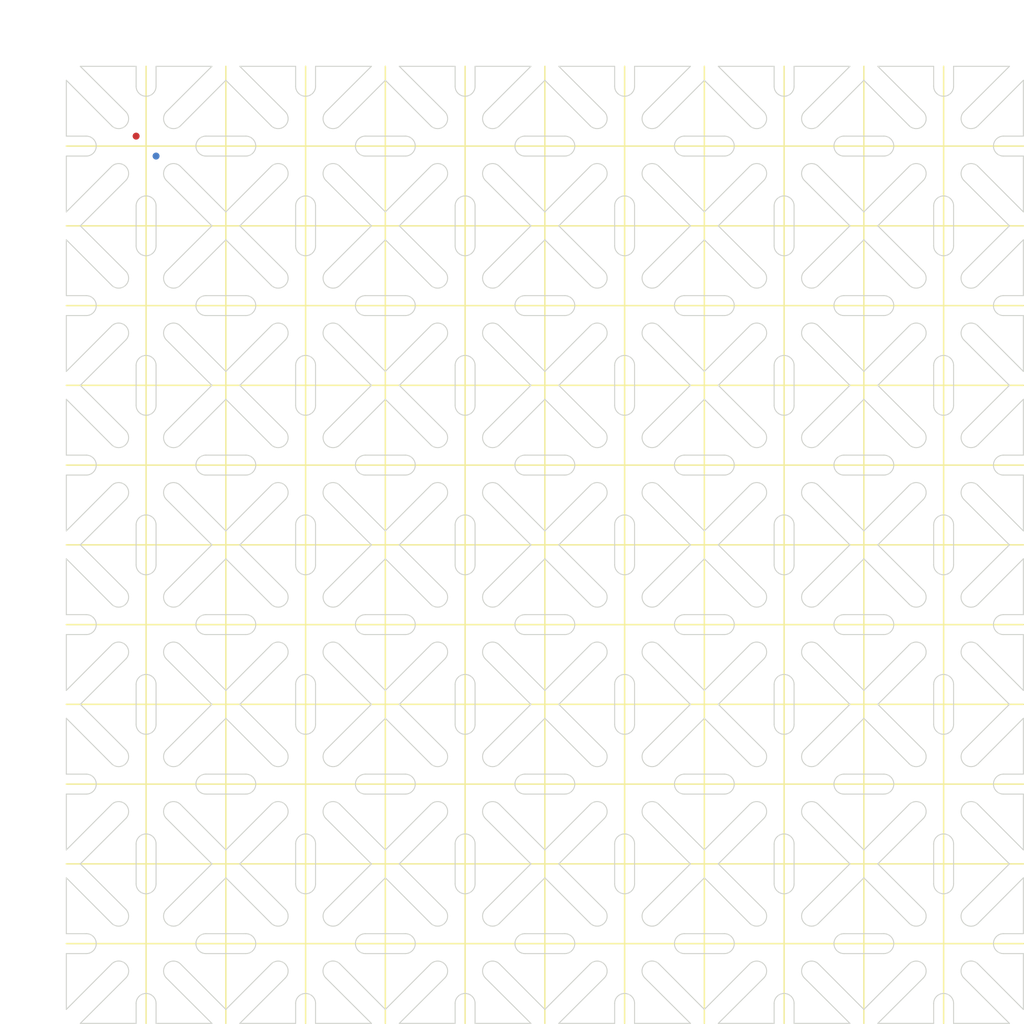
<source format=kicad_pcb>
(kicad_pcb (version 20221018) (generator pcbnew)
  (layers (0 "F.Cu" signal) (31 "B.Cu" signal) (34 "B.Paste" user) (35 "F.Paste" user) (36 "B.SilkS" user "B.Silkscreen") (37 "F.SilkS" user "F.Silkscreen") (38 "B.Mask" user) (39 "F.Mask" user) (44 "Edge.Cuts" user))
  (net 0 "")
  (footprint "mouse-bites:two-bites-45-degree" (layer "F.Cu") (at 123.75 130.75 -90)
    (fp_text reference "REF**" hide)
    (fp_text value "two-bites-45-degree" hide)
  )
  (footprint "mouse-bites:two-bites-45-degree" (layer "F.Cu") (at 130.75 123.75 -90)
    (fp_text reference "REF**" hide)
    (fp_text value "two-bites-45-degree" hide)
  )
  (footprint "mouse-bites:two-bites-45-degree" (layer "F.Cu") (at 114.75 107.75 -90)
    (fp_text reference "REF**" hide)
    (fp_text value "two-bites-45-degree" hide)
  )
  (footprint "mouse-bites:two-bites-45-degree" (layer "F.Cu") (at 124.5 88.5 180)
    (fp_text reference "REF**" hide)
    (fp_text value "two-bites-45-degree" hide)
  )
  (footprint "mouse-bites:two-bites-45-degree" (layer "F.Cu") (at 91.75 66.75 -90)
    (fp_text reference "REF**" hide)
    (fp_text value "two-bites-45-degree" hide)
  )
  (footprint "mouse-bites:two-bites-45-degree" (layer "F.Cu") (at 40.5 92.5)
    (fp_text reference "REF**" hide)
    (fp_text value "two-bites-45-degree" hide)
  )
  (footprint "mouse-bites:two-bites-45-degree" (layer "F.Cu") (at 48.25 73.25 90)
    (fp_text reference "REF**" hide)
    (fp_text value "two-bites-45-degree" hide)
  )
  (footprint "mouse-bites:two-bites-45-degree" (layer "F.Cu") (at 76.5 120.5 180)
    (fp_text reference "REF**" hide)
    (fp_text value "two-bites-45-degree" hide)
  )
  (footprint "mouse-bites:two-bites-45-degree" (layer "F.Cu") (at 92.5 120.5 180)
    (fp_text reference "REF**" hide)
    (fp_text value "two-bites-45-degree" hide)
  )
  (footprint "mouse-bites:two-bites-45-degree" (layer "F.Cu") (at 99.5 127.5 180)
    (fp_text reference "REF**" hide)
    (fp_text value "two-bites-45-degree" hide)
  )
  (footprint "mouse-bites:two-bites-45-degree" (layer "F.Cu") (at 80.25 73.25 90)
    (fp_text reference "REF**" hide)
    (fp_text value "two-bites-45-degree" hide)
  )
  (footprint "mouse-bites:two-bites-45-degree" (layer "F.Cu") (at 127.5 67.5)
    (fp_text reference "REF**" hide)
    (fp_text value "two-bites-45-degree" hide)
  )
  (footprint "mouse-bites:two-bites-45-degree" (layer "F.Cu") (at 108.5 40.5 180)
    (fp_text reference "REF**" hide)
    (fp_text value "two-bites-45-degree" hide)
  )
  (footprint "mouse-bites:two-bites-45-degree" (layer "F.Cu") (at 115.5 111.5 180)
    (fp_text reference "REF**" hide)
    (fp_text value "two-bites-45-degree" hide)
  )
  (footprint "mouse-bites:two-bites-45-degree" (layer "F.Cu") (at 79.5 131.5)
    (fp_text reference "REF**" hide)
    (fp_text value "two-bites-45-degree" hide)
  )
  (footprint "mouse-bites:two-bites-45-degree" (layer "F.Cu") (at 80.25 41.25 90)
    (fp_text reference "REF**" hide)
    (fp_text value "two-bites-45-degree" hide)
  )
  (footprint "mouse-bites:two-bites-45-degree" (layer "F.Cu") (at 98.75 107.75 -90)
    (fp_text reference "REF**" hide)
    (fp_text value "two-bites-45-degree" hide)
  )
  (footprint "mouse-bites:two-bites-45-degree" (layer "F.Cu") (at 130.75 59.75 -90)
    (fp_text reference "REF**" hide)
    (fp_text value "two-bites-45-degree" hide)
  )
  (footprint "mouse-bites:two-bites-45-degree" (layer "F.Cu") (at 111.5 131.5)
    (fp_text reference "REF**" hide)
    (fp_text value "two-bites-45-degree" hide)
  )
  (footprint "mouse-bites:two-bites-45-degree" (layer "F.Cu") (at 75.75 50.75 -90)
    (fp_text reference "REF**" hide)
    (fp_text value "two-bites-45-degree" hide)
  )
  (footprint "mouse-bites:two-bites-45-degree" (layer "F.Cu") (at 44.5 56.5 180)
    (fp_text reference "REF**" hide)
    (fp_text value "two-bites-45-degree" hide)
  )
  (footprint "mouse-bites:two-bites-45-degree" (layer "F.Cu") (at 92.5 72.5 180)
    (fp_text reference "REF**" hide)
    (fp_text value "two-bites-45-degree" hide)
  )
  (footprint "mouse-bites:two-bites-45-degree" (layer "F.Cu") (at 124.5 72.5 180)
    (fp_text reference "REF**" hide)
    (fp_text value "two-bites-45-degree" hide)
  )
  (footprint "mouse-bites:two-bites-45-degree" (layer "F.Cu") (at 108.5 72.5 180)
    (fp_text reference "REF**" hide)
    (fp_text value "two-bites-45-degree" hide)
  )
  (footprint "mouse-bites:two-bites-45-degree" (layer "F.Cu") (at 41.25 128.25 90)
    (fp_text reference "REF**" hide)
    (fp_text value "two-bites-45-degree" hide)
  )
  (footprint "mouse-bites:two-bites-45-degree" (layer "F.Cu") (at 40.5 44.5)
    (fp_text reference "REF**" hide)
    (fp_text value "two-bites-45-degree" hide)
  )
  (footprint "mouse-bites:two-bites-45-degree" (layer "F.Cu") (at 104.5 76.5)
    (fp_text reference "REF**" hide)
    (fp_text value "two-bites-45-degree" hide)
  )
  (footprint "mouse-bites:two-bites-45-degree" (layer "F.Cu") (at 76.5 40.5 180)
    (fp_text reference "REF**" hide)
    (fp_text value "two-bites-45-degree" hide)
  )
  (footprint "mouse-bites:two-bites-45-degree" (layer "F.Cu") (at 50.75 107.75 -90)
    (fp_text reference "REF**" hide)
    (fp_text value "two-bites-45-degree" hide)
  )
  (footprint "mouse-bites:two-bites-45-degree" (layer "F.Cu") (at 105.25 128.25 90)
    (fp_text reference "REF**" hide)
    (fp_text value "two-bites-45-degree" hide)
  )
  (footprint "mouse-bites:two-bites-45-degree" (layer "F.Cu") (at 89.25 80.25 90)
    (fp_text reference "REF**" hide)
    (fp_text value "two-bites-45-degree" hide)
  )
  (footprint "mouse-bites:two-bites-45-degree" (layer "F.Cu") (at 111.5 51.5)
    (fp_text reference "REF**" hide)
    (fp_text value "two-bites-45-degree" hide)
  )
  (footprint "mouse-bites:two-bites-45-degree" (layer "F.Cu") (at 66.75 75.75 -90)
    (fp_text reference "REF**" hide)
    (fp_text value "two-bites-45-degree" hide)
  )
  (footprint "mouse-bites:two-bites-45-degree" (layer "F.Cu") (at 96.25 89.25 90)
    (fp_text reference "REF**" hide)
    (fp_text value "two-bites-45-degree" hide)
  )
  (footprint "mouse-bites:two-bites-45-degree" (layer "F.Cu") (at 67.5 111.5 180)
    (fp_text reference "REF**" hide)
    (fp_text value "two-bites-45-degree" hide)
  )
  (footprint "mouse-bites:two-bites-45-degree" (layer "F.Cu") (at 66.75 123.75 -90)
    (fp_text reference "REF**" hide)
    (fp_text value "two-bites-45-degree" hide)
  )
  (footprint "mouse-bites:two-bites-45-degree" (layer "F.Cu") (at 104.5 44.5)
    (fp_text reference "REF**" hide)
    (fp_text value "two-bites-45-degree" hide)
  )
  (footprint "mouse-bites:two-bites-45-degree" (layer "F.Cu") (at 47.5 115.5)
    (fp_text reference "REF**" hide)
    (fp_text value "two-bites-45-degree" hide)
  )
  (footprint "mouse-bites:two-bites-45-degree" (layer "F.Cu") (at 114.75 123.75 -90)
    (fp_text reference "REF**" hide)
    (fp_text value "two-bites-45-degree" hide)
  )
  (footprint "mouse-bites:two-bites-45-degree" (layer "F.Cu") (at 44.5 104.5 180)
    (fp_text reference "REF**" hide)
    (fp_text value "two-bites-45-degree" hide)
  )
  (footprint "mouse-bites:two-bites-45-degree" (layer "F.Cu") (at 89.249999 128.25 90)
    (fp_text reference "REF**" hide)
    (fp_text value "two-bites-45-degree" hide)
  )
  (footprint "mouse-bites:two-bites-45-degree" (layer "F.Cu") (at 108.5 104.5 180)
    (fp_text reference "REF**" hide)
    (fp_text value "two-bites-45-degree" hide)
  )
  (footprint "mouse-bites:two-bites-45-degree" (layer "F.Cu") (at 50.75 91.75 -90)
    (fp_text reference "REF**" hide)
    (fp_text value "two-bites-45-degree" hide)
  )
  (footprint "mouse-bites:two-bites-45-degree" (layer "F.Cu") (at 131.5 79.5 180)
    (fp_text reference "REF**" hide)
    (fp_text value "two-bites-45-degree" hide)
  )
  (footprint "mouse-bites:two-bites-45-degree" (layer "F.Cu") (at 108.5 120.5 180)
    (fp_text reference "REF**" hide)
    (fp_text value "two-bites-45-degree" hide)
  )
  (footprint "mouse-bites:two-bites-45-degree" (layer "F.Cu") (at 41.25 64.25 90)
    (fp_text reference "REF**" hide)
    (fp_text value "two-bites-45-degree" hide)
  )
  (footprint "mouse-bites:two-bites-45-degree" (layer "F.Cu") (at 64.25 121.25 90)
    (fp_text reference "REF**" hide)
    (fp_text value "two-bites-45-degree" hide)
  )
  (footprint "mouse-bites:two-bites-45-degree" (layer "F.Cu") (at 99.5 95.5 180)
    (fp_text reference "REF**" hide)
    (fp_text value "two-bites-45-degree" hide)
  )
  (footprint "mouse-bites:two-bites-45-degree" (layer "F.Cu") (at 47.5 83.5)
    (fp_text reference "REF**" hide)
    (fp_text value "two-bites-45-degree" hide)
  )
  (footprint "mouse-bites:two-bites-45-degree" (layer "F.Cu") (at 107.75 82.75 -90)
    (fp_text reference "REF**" hide)
    (fp_text value "two-bites-45-degree" hide)
  )
  (footprint "mouse-bites:two-bites-45-degree" (layer "F.Cu") (at 40.5 124.5)
    (fp_text reference "REF**" hide)
    (fp_text value "two-bites-45-degree" hide)
  )
  (footprint "mouse-bites:two-bites-45-degree" (layer "F.Cu") (at 59.75 130.75 -90)
    (fp_text reference "REF**" hide)
    (fp_text value "two-bites-45-degree" hide)
  )
  (footprint "mouse-bites:two-bites-45-degree" (layer "F.Cu") (at 99.5 63.5 180)
    (fp_text reference "REF**" hide)
    (fp_text value "two-bites-45-degree" hide)
  )
  (footprint "mouse-bites:two-bites-45-degree" (layer "F.Cu") (at 67.5 95.5 180)
    (fp_text reference "REF**" hide)
    (fp_text value "two-bites-45-degree" hide)
  )
  (footprint "mouse-bites:two-bites-45-degree" (layer "F.Cu") (at 89.25 112.25 90)
    (fp_text reference "REF**" hide)
    (fp_text value "two-bites-45-degree" hide)
  )
  (footprint "mouse-bites:two-bites-45-degree" (layer "F.Cu") (at 60.5 104.5 180)
    (fp_text reference "REF**" hide)
    (fp_text value "two-bites-45-degree" hide)
  )
  (footprint "mouse-bites:two-bites-45-degree" (layer "F.Cu") (at 92.5 40.5 180)
    (fp_text reference "REF**" hide)
    (fp_text value "two-bites-45-degree" hide)
  )
  (footprint "mouse-bites:two-bites-45-degree" (layer "F.Cu") (at 43.75 130.75 -90)
    (fp_text reference "REF**" hide)
    (fp_text value "two-bites-45-degree" hide)
  )
  (footprint "mouse-bites:two-bites-45-degree" (layer "F.Cu") (at 76.5 104.5 180)
    (fp_text reference "REF**" hide)
    (fp_text value "two-bites-45-degree" hide)
  )
  (footprint "mouse-bites:two-bites-45-degree" (layer "F.Cu") (at 59.75 114.75 -90)
    (fp_text reference "REF**" hide)
    (fp_text value "two-bites-45-degree" hide)
  )
  (footprint "mouse-bites:two-bites-45-degree" (layer "F.Cu") (at 127.5 99.5)
    (fp_text reference "REF**" hide)
    (fp_text value "two-bites-45-degree" hide)
  )
  (footprint "mouse-bites:two-bites-45-degree" (layer "F.Cu") (at 128.25 41.25 90)
    (fp_text reference "REF**" hide)
    (fp_text value "two-bites-45-degree" hide)
  )
  (footprint "mouse-bites:two-bites-45-degree" (layer "F.Cu") (at 66.75 59.75 -90)
    (fp_text reference "REF**" hide)
    (fp_text value "two-bites-45-degree" hide)
  )
  (footprint "mouse-bites:two-bites-45-degree" (layer "F.Cu") (at 127.5 83.5)
    (fp_text reference "REF**" hide)
    (fp_text value "two-bites-45-degree" hide)
  )
  (footprint "mouse-bites:two-bites-45-degree" (layer "F.Cu") (at 82.75 91.75 -90)
    (fp_text reference "REF**" hide)
    (fp_text value "two-bites-45-degree" hide)
  )
  (footprint "mouse-bites:two-bites-45-degree" (layer "F.Cu") (at 130.75 75.75 -90)
    (fp_text reference "REF**" hide)
    (fp_text value "two-bites-45-degree" hide)
  )
  (footprint "mouse-bites:two-bites-45-degree" (layer "F.Cu") (at 41.25 96.25 90)
    (fp_text reference "REF**" hide)
    (fp_text value "two-bites-45-degree" hide)
  )
  (footprint "mouse-bites:two-bites-45-degree" (layer "F.Cu") (at 91.75 114.75 -90)
    (fp_text reference "REF**" hide)
    (fp_text value "two-bites-45-degree" hide)
  )
  (footprint "mouse-bites:two-bites-45-degree" (layer "F.Cu") (at 59.75 50.75 -90)
    (fp_text reference "REF**" hide)
    (fp_text value "two-bites-45-degree" hide)
  )
  (footprint "mouse-bites:two-bites-45-degree" (layer "F.Cu") (at 73.25 128.25 90)
    (fp_text reference "REF**" hide)
    (fp_text value "two-bites-45-degree" hide)
  )
  (footprint "mouse-bites:two-bites-45-degree" (layer "F.Cu") (at 80.25 121.25 90)
    (fp_text reference "REF**" hide)
    (fp_text value "two-bites-45-degree" hide)
  )
  (footprint "mouse-bites:two-bites-45-degree" (layer "F.Cu") (at 96.25 73.25 90)
    (fp_text reference "REF**" hide)
    (fp_text value "two-bites-45-degree" hide)
  )
  (footprint "mouse-bites:two-bites-45-degree" (layer "F.Cu") (at 63.5 115.5)
    (fp_text reference "REF**" hide)
    (fp_text value "two-bites-45-degree" hide)
  )
  (footprint "mouse-bites:two-bites-45-degree" (layer "F.Cu") (at 120.5 92.5)
    (fp_text reference "REF**" hide)
    (fp_text value "two-bites-45-degree" hide)
  )
  (footprint "mouse-bites:two-bites-45-degree" (layer "F.Cu") (at 73.25 48.25 90)
    (fp_text reference "REF**" hide)
    (fp_text value "two-bites-45-degree" hide)
  )
  (footprint "mouse-bites:two-bites-45-degree" (layer "F.Cu") (at 48.25 57.25 90)
    (fp_text reference "REF**" hide)
    (fp_text value "two-bites-45-degree" hide)
  )
  (footprint "mouse-bites:two-bites-45-degree" (layer "F.Cu") (at 48.25 121.25 90)
    (fp_text reference "REF**" hide)
    (fp_text value "two-bites-45-degree" hide)
  )
  (footprint "mouse-bites:two-bites-45-degree" (layer "F.Cu") (at 98.75 123.75 -90)
    (fp_text reference "REF**" hide)
    (fp_text value "two-bites-45-degree" hide)
  )
  (footprint "mouse-bites:two-bites-45-degree" (layer "F.Cu") (at 104.5 124.5)
    (fp_text reference "REF**" hide)
    (fp_text value "two-bites-45-degree" hide)
  )
  (footprint "mouse-bites:two-bites-45-degree" (layer "F.Cu") (at 57.25 96.25 90)
    (fp_text reference "REF**" hide)
    (fp_text value "two-bites-45-degree" hide)
  )
  (footprint "mouse-bites:two-bites-45-degree" (layer "F.Cu") (at 66.75 91.75 -90)
    (fp_text reference "REF**" hide)
    (fp_text value "two-bites-45-degree" hide)
  )
  (footprint "mouse-bites:two-bites-45-degree" (layer "F.Cu") (at 64.25 73.25 90)
    (fp_text reference "REF**" hide)
    (fp_text value "two-bites-45-degree" hide)
  )
  (footprint "mouse-bites:two-bites-45-degree" (layer "F.Cu") (at 67.5 47.5 180)
    (fp_text reference "REF**" hide)
    (fp_text value "two-bites-45-degree" hide)
  )
  (footprint "mouse-bites:two-bites-45-degree" (layer "F.Cu") (at 127.5 115.5)
    (fp_text reference "REF**" hide)
    (fp_text value "two-bites-45-degree" hide)
  )
  (footprint "mouse-bites:two-bites-45-degree" (layer "F.Cu") (at 44.5 120.5 180)
    (fp_text reference "REF**" hide)
    (fp_text value "two-bites-45-degree" hide)
  )
  (footprint "mouse-bites:two-bites-45-degree" (layer "F.Cu") (at 92.5 56.5 180)
    (fp_text reference "REF**" hide)
    (fp_text value "two-bites-45-degree" hide)
  )
  (footprint "mouse-bites:two-bites-45-degree" (layer "F.Cu") (at 64.25 105.25 90)
    (fp_text reference "REF**" hide)
    (fp_text value "two-bites-45-degree" hide)
  )
  (footprint "mouse-bites:two-bites-45-degree" (layer "F.Cu") (at 40.5 108.5)
    (fp_text reference "REF**" hide)
    (fp_text value "two-bites-45-degree" hide)
  )
  (footprint "mouse-bites:two-bites-45-degree" (layer "F.Cu") (at 131.5 47.5 180)
    (fp_text reference "REF**" hide)
    (fp_text value "two-bites-45-degree" hide)
  )
  (footprint "mouse-bites:two-bites-45-degree" (layer "F.Cu") (at 124.5 56.5 180)
    (fp_text reference "REF**" hide)
    (fp_text value "two-bites-45-degree" hide)
  )
  (footprint "mouse-bites:two-bites-45-degree" (layer "F.Cu") (at 128.25 89.25 90)
    (fp_text reference "REF**" hide)
    (fp_text value "two-bites-45-degree" hide)
  )
  (footprint "mouse-bites:two-bites-45-degree" (layer "F.Cu") (at 91.75 98.75 -90)
    (fp_text reference "REF**" hide)
    (fp_text value "two-bites-45-degree" hide)
  )
  (footprint "mouse-bites:two-bites-45-degree" (layer "F.Cu") (at 56.5 60.5)
    (fp_text reference "REF**" hide)
    (fp_text value "two-bites-45-degree" hide)
  )
  (footprint "mouse-bites:two-bites-45-degree" (layer "F.Cu") (at 91.75 130.75 -90)
    (fp_text reference "REF**" hide)
    (fp_text value "two-bites-45-degree" hide)
  )
  (footprint "mouse-bites:two-bites-45-degree" (layer "F.Cu") (at 57.25 112.25 90)
    (fp_text reference "REF**" hide)
    (fp_text value "two-bites-45-degree" hide)
  )
  (footprint "mouse-bites:two-bites-45-degree" (layer "F.Cu") (at 128.25 73.25 90)
    (fp_text reference "REF**" hide)
    (fp_text value "two-bites-45-degree" hide)
  )
  (footprint "mouse-bites:two-bites-45-degree" (layer "F.Cu") (at 79.5 115.5)
    (fp_text reference "REF**" hide)
    (fp_text value "two-bites-45-degree" hide)
  )
  (footprint "mouse-bites:two-bites-45-degree" (layer "F.Cu") (at 43.75 82.75 -90)
    (fp_text reference "REF**" hide)
    (fp_text value "two-bites-45-degree" hide)
  )
  (footprint "mouse-bites:two-bites-45-degree" (layer "F.Cu") (at 83.5 63.5 180)
    (fp_text reference "REF**" hide)
    (fp_text value "two-bites-45-degree" hide)
  )
  (footprint "mouse-bites:two-bites-45-degree" (layer "F.Cu") (at 83.499999 127.5 180)
    (fp_text reference "REF**" hide)
    (fp_text value "two-bites-45-degree" hide)
  )
  (footprint "mouse-bites:two-bites-45-degree" (layer "F.Cu") (at 75.75 114.75 -90)
    (fp_text reference "REF**" hide)
    (fp_text value "two-bites-45-degree" hide)
  )
  (footprint "mouse-bites:two-bites-45-degree" (layer "F.Cu") (at 43.75 98.75 -90)
    (fp_text reference "REF**" hide)
    (fp_text value "two-bites-45-degree" hide)
  )
  (footprint "mouse-bites:two-bites-45-degree" (layer "F.Cu") (at 48.25 105.25 90)
    (fp_text reference "REF**" hide)
    (fp_text value "two-bites-45-degree" hide)
  )
  (footprint "mouse-bites:two-bites-45-degree" (layer "F.Cu") (at 99.5 47.5 180)
    (fp_text reference "REF**" hide)
    (fp_text value "two-bites-45-degree" hide)
  )
  (footprint "mouse-bites:two-bites-45-degree" (layer "F.Cu") (at 115.499999 127.5 180)
    (fp_text reference "REF**" hide)
    (fp_text value "two-bites-45-degree" hide)
  )
  (footprint "mouse-bites:two-bites-45-degree" (layer "F.Cu") (at 121.249999 128.25 90)
    (fp_text reference "REF**" hide)
    (fp_text value "two-bites-45-degree" hide)
  )
  (footprint "mouse-bites:two-bites-45-degree" (layer "F.Cu") (at 60.5 56.5 180)
    (fp_text reference "REF**" hide)
    (fp_text value "two-bites-45-degree" hide)
  )
  (footprint "mouse-bites:two-bites-45-degree" (layer "F.Cu") (at 83.5 111.5 180)
    (fp_text reference "REF**" hide)
    (fp_text value "two-bites-45-degree" hide)
  )
  (footprint "mouse-bites:two-bites-45-degree" (layer "F.Cu") (at 95.5 67.5)
    (fp_text reference "REF**" hide)
    (fp_text value "two-bites-45-degree" hide)
  )
  (footprint "mouse-bites:two-bites-45-degree" (layer "F.Cu") (at 63.5 51.5)
    (fp_text reference "REF**" hide)
    (fp_text value "two-bites-45-degree" hide)
  )
  (footprint "mouse-bites:two-bites-45-degree" (layer "F.Cu") (at 105.25 80.25 90)
    (fp_text reference "REF**" hide)
    (fp_text value "two-bites-45-degree" hide)
  )
  (footprint "mouse-bites:two-bites-45-degree" (layer "F.Cu") (at 121.25 48.25 90)
    (fp_text reference "REF**" hide)
    (fp_text value "two-bites-45-degree" hide)
  )
  (footprint "mouse-bites:two-bites-45-degree" (layer "F.Cu") (at 121.25 112.25 90)
    (fp_text reference "REF**" hide)
    (fp_text value "two-bites-45-degree" hide)
  )
  (footprint "mouse-bites:two-bites-45-degree" (layer "F.Cu") (at 50.75 75.75 -90)
    (fp_text reference "REF**" hide)
    (fp_text value "two-bites-45-degree" hide)
  )
  (footprint "mouse-bites:two-bites-45-degree" (layer "F.Cu") (at 80.25 57.25 90)
    (fp_text reference "REF**" hide)
    (fp_text value "two-bites-45-degree" hide)
  )
  (footprint "mouse-bites:two-bites-45-degree" (layer "F.Cu") (at 60.5 40.5 180)
    (fp_text reference "REF**" hide)
    (fp_text value "two-bites-45-degree" hide)
  )
  (footprint "mouse-bites:two-bites-45-degree" (layer "F.Cu") (at 59.75 98.75 -90)
    (fp_text reference "REF**" hide)
    (fp_text value "two-bites-45-degree" hide)
  )
  (footprint "mouse-bites:two-bites-45-degree" (layer "F.Cu") (at 111.5 67.5)
    (fp_text reference "REF**" hide)
    (fp_text value "two-bites-45-degree" hide)
  )
  (footprint "mouse-bites:two-bites-45-degree" (layer "F.Cu") (at 120.5 108.5)
    (fp_text reference "REF**" hide)
    (fp_text value "two-bites-45-degree" hide)
  )
  (footprint "mouse-bites:two-bites-45-degree" (layer "F.Cu") (at 75.75 98.75 -90)
    (fp_text reference "REF**" hide)
    (fp_text value "two-bites-45-degree" hide)
  )
  (footprint "mouse-bites:two-bites-45-degree" (layer "F.Cu") (at 98.75 43.75 -90)
    (fp_text reference "REF**" hide)
    (fp_text value "two-bites-45-degree" hide)
  )
  (footprint "mouse-bites:two-bites-45-degree" (layer "F.Cu") (at 59.75 66.75 -90)
    (fp_text reference "REF**" hide)
    (fp_text value "two-bites-45-degree" hide)
  )
  (footprint "mouse-bites:two-bites-45-degree" (layer "F.Cu") (at 107.75 98.75 -90)
    (fp_text reference "REF**" hide)
    (fp_text value "two-bites-45-degree" hide)
  )
  (footprint "mouse-bites:two-bites-45-degree" (layer "F.Cu") (at 59.75 82.75 -90)
    (fp_text reference "REF**" hide)
    (fp_text value "two-bites-45-degree" hide)
  )
  (footprint "mouse-bites:two-bites-45-degree" (layer "F.Cu") (at 105.25 96.25 90)
    (fp_text reference "REF**" hide)
    (fp_text value "two-bites-45-degree" hide)
  )
  (footprint "mouse-bites:two-bites-45-degree" (layer "F.Cu") (at 72.5 124.5)
    (fp_text reference "REF**" hide)
    (fp_text value "two-bites-45-degree" hide)
  )
  (footprint "mouse-bites:two-bites-45-degree" (layer "F.Cu") (at 89.25 96.25 90)
    (fp_text reference "REF**" hide)
    (fp_text value "two-bites-45-degree" hide)
  )
  (footprint "mouse-bites:two-bites-45-degree" (layer "F.Cu") (at 96.25 57.25 90)
    (fp_text reference "REF**" hide)
    (fp_text value "two-bites-45-degree" hide)
  )
  (footprint "mouse-bites:two-bites-45-degree" (layer "F.Cu") (at 115.5 47.5 180)
    (fp_text reference "REF**" hide)
    (fp_text value "two-bites-45-degree" hide)
  )
  (footprint "mouse-bites:two-bites-45-degree" (layer "F.Cu") (at 47.5 131.5)
    (fp_text reference "REF**" hide)
    (fp_text value "two-bites-45-degree" hide)
  )
  (footprint "mouse-bites:two-bites-45-degree" (layer "F.Cu") (at 51.5 111.5 180)
    (fp_text reference "REF**" hide)
    (fp_text value "two-bites-45-degree" hide)
  )
  (footprint "mouse-bites:two-bites-45-degree" (layer "F.Cu") (at 104.5 92.5)
    (fp_text reference "REF**" hide)
    (fp_text value "two-bites-45-degree" hide)
  )
  (footprint "mouse-bites:two-bites-45-degree" (layer "F.Cu") (at 51.5 95.5 180)
    (fp_text reference "REF**" hide)
    (fp_text value "two-bites-45-degree" hide)
  )
  (footprint "mouse-bites:two-bites-45-degree" (layer "F.Cu") (at 123.75 66.75 -90)
    (fp_text reference "REF**" hide)
    (fp_text value "two-bites-45-degree" hide)
  )
  (footprint "mouse-bites:two-bites-45-degree" (layer "F.Cu") (at 82.75 75.75 -90)
    (fp_text reference "REF**" hide)
    (fp_text value "two-bites-45-degree" hide)
  )
  (footprint "mouse-bites:two-bites-45-degree" (layer "F.Cu") (at 98.75 91.75 -90)
    (fp_text reference "REF**" hide)
    (fp_text value "two-bites-45-degree" hide)
  )
  (footprint "mouse-bites:two-bites-45-degree" (layer "F.Cu") (at 56.5 124.5)
    (fp_text reference "REF**" hide)
    (fp_text value "two-bites-45-degree" hide)
  )
  (footprint "mouse-bites:two-bites-45-degree" (layer "F.Cu") (at 95.5 99.5)
    (fp_text reference "REF**" hide)
    (fp_text value "two-bites-45-degree" hide)
  )
  (footprint "mouse-bites:two-bites-45-degree" (layer "F.Cu") (at 121.25 96.25 90)
    (fp_text reference "REF**" hide)
    (fp_text value "two-bites-45-degree" hide)
  )
  (footprint "mouse-bites:two-bites-45-degree" (layer "F.Cu") (at 73.25 80.25 90)
    (fp_text reference "REF**" hide)
    (fp_text value "two-bites-45-degree" hide)
  )
  (footprint "mouse-bites:two-bites-45-degree" (layer "F.Cu") (at 111.5 83.5)
    (fp_text reference "REF**" hide)
    (fp_text value "two-bites-45-degree" hide)
  )
  (footprint "mouse-bites:two-bites-45-degree" (layer "F.Cu") (at 72.5 44.5)
    (fp_text reference "REF**" hide)
    (fp_text value "two-bites-45-degree" hide)
  )
  (footprint "mouse-bites:two-bites-45-degree" (layer "F.Cu") (at 57.25 48.25 90)
    (fp_text reference "REF**" hide)
    (fp_text value "two-bites-45-degree" hide)
  )
  (footprint "mouse-bites:two-bites-45-degree" (layer "F.Cu") (at 105.25 48.25 90)
    (fp_text reference "REF**" hide)
    (fp_text value "two-bites-45-degree" hide)
  )
  (footprint "mouse-bites:two-bites-45-degree" (layer "F.Cu") (at 66.75 43.75 -90)
    (fp_text reference "REF**" hide)
    (fp_text value "two-bites-45-degree" hide)
  )
  (footprint "mouse-bites:two-bites-45-degree" (layer "F.Cu") (at 95.5 131.5)
    (fp_text reference "REF**" hide)
    (fp_text value "two-bites-45-degree" hide)
  )
  (footprint "mouse-bites:two-bites-45-degree" (layer "F.Cu") (at 73.25 96.25 90)
    (fp_text reference "REF**" hide)
    (fp_text value "two-bites-45-degree" hide)
  )
  (footprint "mouse-bites:two-bites-45-degree" (layer "F.Cu") (at 96.25 105.25 90)
    (fp_text reference "REF**" hide)
    (fp_text value "two-bites-45-degree" hide)
  )
  (footprint "mouse-bites:two-bites-45-degree" (layer "F.Cu") (at 104.5 60.5)
    (fp_text reference "REF**" hide)
    (fp_text value "two-bites-45-degree" hide)
  )
  (footprint "mouse-bites:two-bites-45-degree" (layer "F.Cu") (at 83.5 47.5 180)
    (fp_text reference "REF**" hide)
    (fp_text value "two-bites-45-degree" hide)
  )
  (footprint "mouse-bites:two-bites-45-degree" (layer "F.Cu") (at 47.5 99.5)
    (fp_text reference "REF**" hide)
    (fp_text value "two-bites-45-degree" hide)
  )
  (footprint "mouse-bites:two-bites-45-degree" (layer "F.Cu") (at 123.75 50.75 -90)
    (fp_text reference "REF**" hide)
    (fp_text value "two-bites-45-degree" hide)
  )
  (footprint "mouse-bites:two-bites-45-degree" (layer "F.Cu") (at 63.5 131.5)
    (fp_text reference "REF**" hide)
    (fp_text value "two-bites-45-degree" hide)
  )
  (footprint "mouse-bites:two-bites-45-degree" (layer "F.Cu") (at 72.5 76.5)
    (fp_text reference "REF**" hide)
    (fp_text value "two-bites-45-degree" hide)
  )
  (footprint "mouse-bites:two-bites-45-degree" (layer "F.Cu") (at 130.75 107.75 -90)
    (fp_text reference "REF**" hide)
    (fp_text value "two-bites-45-degree" hide)
  )
  (footprint "mouse-bites:two-bites-45-degree" (layer "F.Cu") (at 123.75 114.75 -90)
    (fp_text reference "REF**" hide)
    (fp_text value "two-bites-45-degree" hide)
  )
  (footprint "mouse-bites:two-bites-45-degree" (layer "F.Cu") (at 92.5 104.5 180)
    (fp_text reference "REF**" hide)
    (fp_text value "two-bites-45-degree" hide)
  )
  (footprint "mouse-bites:two-bites-45-degree" (layer "F.Cu") (at 131.5 63.500001 180)
    (fp_text reference "REF**" hide)
    (fp_text value "two-bites-45-degree" hide)
  )
  (footprint "mouse-bites:two-bites-45-degree" (layer "F.Cu") (at 75.75 82.75 -90)
    (fp_text reference "REF**" hide)
    (fp_text value "two-bites-45-degree" hide)
  )
  (footprint "mouse-bites:two-bites-45-degree" (layer "F.Cu") (at 67.5 63.5 180)
    (fp_text reference "REF**" hide)
    (fp_text value "two-bites-45-degree" hide)
  )
  (footprint "mouse-bites:two-bites-45-degree" (layer "F.Cu") (at 88.5 92.5)
    (fp_text reference "REF**" hide)
    (fp_text value "two-bites-45-degree" hide)
  )
  (footprint "mouse-bites:two-bites-45-degree" (layer "F.Cu") (at 64.25 89.25 90)
    (fp_text reference "REF**" hide)
    (fp_text value "two-bites-45-degree" hide)
  )
  (footprint "mouse-bites:two-bites-45-degree" (layer "F.Cu") (at 95.5 115.5)
    (fp_text reference "REF**" hide)
    (fp_text value "two-bites-45-degree" hide)
  )
  (footprint "mouse-bites:two-bites-45-degree" (layer "F.Cu") (at 121.25 80.25 90)
    (fp_text reference "REF**" hide)
    (fp_text value "two-bites-45-degree" hide)
  )
  (footprint "mouse-bites:two-bites-45-degree" (layer "F.Cu") (at 51.5 47.5 180)
    (fp_text reference "REF**" hide)
    (fp_text value "two-bites-45-degree" hide)
  )
  (footprint "mouse-bites:two-bites-45-degree" (layer "F.Cu") (at 82.75 123.75 -90)
    (fp_text reference "REF**" hide)
    (fp_text value "two-bites-45-degree" hide)
  )
  (footprint "mouse-bites:two-bites-45-degree" (layer "F.Cu") (at 43.75 50.75 -90)
    (fp_text reference "REF**" hide)
    (fp_text value "two-bites-45-degree" hide)
  )
  (footprint "mouse-bites:two-bites-45-degree" (layer "F.Cu") (at 124.5 40.5 180)
    (fp_text reference "REF**" hide)
    (fp_text value "two-bites-45-degree" hide)
  )
  (footprint "mouse-bites:two-bites-45-degree" (layer "F.Cu") (at 41.25 112.25 90)
    (fp_text reference "REF**" hide)
    (fp_text value "two-bites-45-degree" hide)
  )
  (footprint "mouse-bites:two-bites-45-degree" (layer "F.Cu") (at 41.25 80.25 90)
    (fp_text reference "REF**" hide)
    (fp_text value "two-bites-45-degree" hide)
  )
  (footprint "mouse-bites:two-bites-45-degree" (layer "F.Cu") (at 115.5 79.5 180)
    (fp_text reference "REF**" hide)
    (fp_text value "two-bites-45-degree" hide)
  )
  (footprint "mouse-bites:two-bites-45-degree" (layer "F.Cu") (at 56.5 108.5)
    (fp_text reference "REF**" hide)
    (fp_text value "two-bites-45-degree" hide)
  )
  (footprint "mouse-bites:two-bites-45-degree" (layer "F.Cu") (at 79.5 51.5)
    (fp_text reference "REF**" hide)
    (fp_text value "two-bites-45-degree" hide)
  )
  (footprint "mouse-bites:two-bites-45-degree" (layer "F.Cu") (at 88.5 44.5)
    (fp_text reference "REF**" hide)
    (fp_text value "two-bites-45-degree" hide)
  )
  (footprint "mouse-bites:two-bites-45-degree" (layer "F.Cu") (at 72.5 60.5)
    (fp_text reference "REF**" hide)
    (fp_text value "two-bites-45-degree" hide)
  )
  (footprint "mouse-bites:two-bites-45-degree" (layer "F.Cu") (at 56.5 92.5)
    (fp_text reference "REF**" hide)
    (fp_text value "two-bites-45-degree" hide)
  )
  (footprint "mouse-bites:two-bites-45-degree" (layer "F.Cu") (at 111.5 99.5)
    (fp_text reference "REF**" hide)
    (fp_text value "two-bites-45-degree" hide)
  )
  (footprint "mouse-bites:two-bites-45-degree" (layer "F.Cu") (at 51.5 63.5 180)
    (fp_text reference "REF**" hide)
    (fp_text value "two-bites-45-degree" hide)
  )
  (footprint "mouse-bites:two-bites-45-degree" (layer "F.Cu") (at 120.5 60.5)
    (fp_text reference "REF**" hide)
    (fp_text value "two-bites-45-degree" hide)
  )
  (footprint "mouse-bites:two-bites-45-degree" (layer "F.Cu") (at 44.5 72.5 180)
    (fp_text reference "REF**" hide)
    (fp_text value "two-bites-45-degree" hide)
  )
  (footprint "mouse-bites:two-bites-45-degree" (layer "F.Cu") (at 107.75 114.75 -90)
    (fp_text reference "REF**" hide)
    (fp_text value "two-bites-45-degree" hide)
  )
  (footprint "mouse-bites:two-bites-45-degree" (layer "F.Cu") (at 91.75 50.75 -90)
    (fp_text reference "REF**" hide)
    (fp_text value "two-bites-45-degree" hide)
  )
  (footprint "mouse-bites:two-bites-45-degree" (layer "F.Cu") (at 105.25 64.25 90)
    (fp_text reference "REF**" hide)
    (fp_text value "two-bites-45-degree" hide)
  )
  (footprint "mouse-bites:two-bites-45-degree" (layer "F.Cu") (at 47.5 67.5)
    (fp_text reference "REF**" hide)
    (fp_text value "two-bites-45-degree" hide)
  )
  (footprint "mouse-bites:two-bites-45-degree" (layer "F.Cu") (at 60.5 72.5 180)
    (fp_text reference "REF**" hide)
    (fp_text value "two-bites-45-degree" hide)
  )
  (footprint "mouse-bites:two-bites-45-degree" (layer "F.Cu") (at 114.75 75.75 -90)
    (fp_text reference "REF**" hide)
    (fp_text value "two-bites-45-degree" hide)
  )
  (footprint "mouse-bites:two-bites-45-degree" (layer "F.Cu") (at 57.25 80.25 90)
    (fp_text reference "REF**" hide)
    (fp_text value "two-bites-45-degree" hide)
  )
  (footprint "mouse-bites:two-bites-45-degree" (layer "F.Cu") (at 131.5 95.500001 180)
    (fp_text reference "REF**" hide)
    (fp_text value "two-bites-45-degree" hide)
  )
  (footprint "mouse-bites:two-bites-45-degree" (layer "F.Cu") (at 80.25 89.25 90)
    (fp_text reference "REF**" hide)
    (fp_text value "two-bites-45-degree" hide)
  )
  (footprint "mouse-bites:two-bites-45-degree" (layer "F.Cu") (at 124.5 120.5 180)
    (fp_text reference "REF**" hide)
    (fp_text value "two-bites-45-degree" hide)
  )
  (footprint "mouse-bites:two-bites-45-degree" (layer "F.Cu") (at 128.25 57.25 90)
    (fp_text reference "REF**" hide)
    (fp_text value "two-bites-45-degree" hide)
  )
  (footprint "mouse-bites:two-bites-45-degree" (layer "F.Cu") (at 91.75 82.75 -90)
    (fp_text reference "REF**" hide)
    (fp_text value "two-bites-45-degree" hide)
  )
  (footprint "mouse-bites:two-bites-45-degree" (layer "F.Cu") (at 76.5 72.5 180)
    (fp_text reference "REF**" hide)
    (fp_text value "two-bites-45-degree" hide)
  )
  (footprint "mouse-bites:two-bites-45-degree" (layer "F.Cu") (at 64.25 41.25 90)
    (fp_text reference "REF**" hide)
    (fp_text value "two-bites-45-degree" hide)
  )
  (footprint "mouse-bites:two-bites-45-degree" (layer "F.Cu") (at 107.75 50.75 -90)
    (fp_text reference "REF**" hide)
    (fp_text value "two-bites-45-degree" hide)
  )
  (footprint "mouse-bites:two-bites-45-degree" (layer "F.Cu") (at 67.5 127.5 180)
    (fp_text reference "REF**" hide)
    (fp_text value "two-bites-45-degree" hide)
  )
  (footprint "mouse-bites:two-bites-45-degree" (layer "F.Cu") (at 88.5 124.5)
    (fp_text reference "REF**" hide)
    (fp_text value "two-bites-45-degree" hide)
  )
  (footprint "mouse-bites:two-bites-45-degree" (layer "F.Cu") (at 99.5 111.5 180)
    (fp_text reference "REF**" hide)
    (fp_text value "two-bites-45-degree" hide)
  )
  (footprint "mouse-bites:two-bites-45-degree" (layer "F.Cu") (at 120.5 76.5)
    (fp_text reference "REF**" hide)
    (fp_text value "two-bites-45-degree" hide)
  )
  (footprint "mouse-bites:two-bites-45-degree" (layer "F.Cu") (at 107.75 130.75 -90)
    (fp_text reference "REF**" hide)
    (fp_text value "two-bites-45-degree" hide)
  )
  (footprint "mouse-bites:two-bites-45-degree" (layer "F.Cu") (at 112.25 105.25 90)
    (fp_text reference "REF**" hide)
    (fp_text value "two-bites-45-degree" hide)
  )
  (footprint "mouse-bites:two-bites-45-degree" (layer "F.Cu") (at 108.5 56.5 180)
    (fp_text reference "REF**" hide)
    (fp_text value "two-bites-45-degree" hide)
  )
  (footprint "mouse-bites:two-bites-45-degree" (layer "F.Cu") (at 115.5 63.5 180)
    (fp_text reference "REF**" hide)
    (fp_text value "two-bites-45-degree" hide)
  )
  (footprint "mouse-bites:two-bites-45-degree" (layer "F.Cu") (at 43.75 114.75 -90)
    (fp_text reference "REF**" hide)
    (fp_text value "two-bites-45-degree" hide)
  )
  (footprint "mouse-bites:two-bites-45-degree" (layer "F.Cu") (at 92.5 88.5 180)
    (fp_text reference "REF**" hide)
    (fp_text value "two-bites-45-degree" hide)
  )
  (footprint "mouse-bites:two-bites-45-degree" (layer "F.Cu") (at 108.5 88.5 180)
    (fp_text reference "REF**" hide)
    (fp_text value "two-bites-45-degree" hide)
  )
  (footprint "mouse-bites:two-bites-45-degree" (layer "F.Cu") (at 114.75 91.75 -90)
    (fp_text reference "REF**" hide)
    (fp_text value "two-bites-45-degree" hide)
  )
  (footprint "mouse-bites:two-bites-45-degree" (layer "F.Cu") (at 131.5 127.5 180)
    (fp_text reference "REF**" hide)
    (fp_text value "two-bites-45-degree" hide)
  )
  (footprint "mouse-bites:two-bites-45-degree" (layer "F.Cu") (at 112.25 41.25 90)
    (fp_text reference "REF**" hide)
    (fp_text value "two-bites-45-degree" hide)
  )
  (footprint "mouse-bites:two-bites-45-degree" (layer "F.Cu") (at 47.5 51.5)
    (fp_text reference "REF**" hide)
    (fp_text value "two-bites-45-degree" hide)
  )
  (footprint "mouse-bites:two-bites-45-degree" (layer "F.Cu") (at 64.25 57.25 90)
    (fp_text reference "REF**" hide)
    (fp_text value "two-bites-45-degree" hide)
  )
  (footprint "mouse-bites:two-bites-45-degree" (layer "F.Cu") (at 128.25 121.25 90)
    (fp_text reference "REF**" hide)
    (fp_text value "two-bites-45-degree" hide)
  )
  (footprint "mouse-bites:two-bites-45-degree" (layer "F.Cu") (at 57.25 64.25 90)
    (fp_text reference "REF**" hide)
    (fp_text value "two-bites-45-degree" hide)
  )
  (footprint "mouse-bites:two-bites-45-degree" (layer "F.Cu") (at 127.5 131.5)
    (fp_text reference "REF**" hide)
    (fp_text value "two-bites-45-degree" hide)
  )
  (footprint "mouse-bites:two-bites-45-degree" (layer "F.Cu") (at 88.5 76.5)
    (fp_text reference "REF**" hide)
    (fp_text value "two-bites-45-degree" hide)
  )
  (footprint "mouse-bites:two-bites-45-degree" (layer "F.Cu") (at 44.5 88.5 180)
    (fp_text reference "REF**" hide)
    (fp_text value "two-bites-45-degree" hide)
  )
  (footprint "mouse-bites:two-bites-45-degree" (layer "F.Cu") (at 50.75 43.75 -90)
    (fp_text reference "REF**" hide)
    (fp_text value "two-bites-45-degree" hide)
  )
  (footprint "mouse-bites:two-bites-45-degree" (layer "F.Cu") (at 82.75 107.75 -90)
    (fp_text reference "REF**" hide)
    (fp_text value "two-bites-45-degree" hide)
  )
  (footprint "mouse-bites:two-bites-45-degree" (layer "F.Cu") (at 115.5 95.5 180)
    (fp_text reference "REF**" hide)
    (fp_text value "two-bites-45-degree" hide)
  )
  (footprint "mouse-bites:two-bites-45-degree" (layer "F.Cu") (at 98.75 59.75 -90)
    (fp_text reference "REF**" hide)
    (fp_text value "two-bites-45-degree" hide)
  )
  (footprint "mouse-bites:two-bites-45-degree" (layer "F.Cu") (at 120.5 124.5)
    (fp_text reference "REF**" hide)
    (fp_text value "two-bites-45-degree" hide)
  )
  (footprint "mouse-bites:two-bites-45-degree" (layer "F.Cu") (at 50.75 59.75 -90)
    (fp_text reference "REF**" hide)
    (fp_text value "two-bites-45-degree" hide)
  )
  (footprint "mouse-bites:two-bites-45-degree" (layer "F.Cu") (at 112.25 73.25 90)
    (fp_text reference "REF**" hide)
    (fp_text value "two-bites-45-degree" hide)
  )
  (footprint "mouse-bites:two-bites-45-degree" (layer "F.Cu") (at 60.5 120.5 180)
    (fp_text reference "REF**" hide)
    (fp_text value "two-bites-45-degree" hide)
  )
  (footprint "mouse-bites:two-bites-45-degree" (layer "F.Cu") (at 79.5 67.5)
    (fp_text reference "REF**" hide)
    (fp_text value "two-bites-45-degree" hide)
  )
  (footprint "mouse-bites:two-bites-45-degree" (layer "F.Cu") (at 127.5 51.5)
    (fp_text reference "REF**" hide)
    (fp_text value "two-bites-45-degree" hide)
  )
  (footprint "mouse-bites:two-bites-45-degree" (layer "F.Cu") (at 121.25 64.25 90)
    (fp_text reference "REF**" hide)
    (fp_text value "two-bites-45-degree" hide)
  )
  (footprint "mouse-bites:two-bites-45-degree" (layer "F.Cu") (at 130.75 91.75 -90)
    (fp_text reference "REF**" hide)
    (fp_text value "two-bites-45-degree" hide)
  )
  (footprint "mouse-bites:two-bites-45-degree" (layer "F.Cu") (at 130.75 43.75 -90)
    (fp_text reference "REF**" hide)
    (fp_text value "two-bites-45-degree" hide)
  )
  (footprint "mouse-bites:two-bites-45-degree" (layer "F.Cu") (at 95.5 83.5)
    (fp_text reference "REF**" hide)
    (fp_text value "two-bites-45-degree" hide)
  )
  (footprint "mouse-bites:two-bites-45-degree" (layer "F.Cu") (at 114.75 43.75 -90)
    (fp_text reference "REF**" hide)
    (fp_text value "two-bites-45-degree" hide)
  )
  (footprint "mouse-bites:two-bites-45-degree" (layer "F.Cu") (at 67.5 79.5 180)
    (fp_text reference "REF**" hide)
    (fp_text value "two-bites-45-degree" hide)
  )
  (footprint "mouse-bites:two-bites-45-degree" (layer "F.Cu") (at 79.5 99.5)
    (fp_text reference "REF**" hide)
    (fp_text value "two-bites-45-degree" hide)
  )
  (footprint "mouse-bites:two-bites-45-degree" (layer "F.Cu") (at 44.5 40.5 180)
    (fp_text reference "REF**" hide)
    (fp_text value "two-bites-45-degree" hide)
  )
  (footprint "mouse-bites:two-bites-45-degree" (layer "F.Cu") (at 131.5 111.5 180)
    (fp_text reference "REF**" hide)
    (fp_text value "two-bites-45-degree" hide)
  )
  (footprint "mouse-bites:two-bites-45-degree" (layer "F.Cu") (at 80.25 105.25 90)
    (fp_text reference "REF**" hide)
    (fp_text value "two-bites-45-degree" hide)
  )
  (footprint "mouse-bites:two-bites-45-degree" (layer "F.Cu") (at 105.25 112.25 90)
    (fp_text reference "REF**" hide)
    (fp_text value "two-bites-45-degree" hide)
  )
  (footprint "mouse-bites:two-bites-45-degree" (layer "F.Cu") (at 66.75 107.75 -90)
    (fp_text reference "REF**" hide)
    (fp_text value "two-bites-45-degree" hide)
  )
  (footprint "mouse-bites:two-bites-45-degree" (layer "F.Cu") (at 57.249999 128.25 90)
    (fp_text reference "REF**" hide)
    (fp_text value "two-bites-45-degree" hide)
  )
  (footprint "mouse-bites:two-bites-45-degree" (layer "F.Cu") (at 111.5 115.5)
    (fp_text reference "REF**" hide)
    (fp_text value "two-bites-45-degree" hide)
  )
  (footprint "mouse-bites:two-bites-45-degree" (layer "F.Cu") (at 104.5 108.5)
    (fp_text reference "REF**" hide)
    (fp_text value "two-bites-45-degree" hide)
  )
  (footprint "mouse-bites:two-bites-45-degree" (layer "F.Cu") (at 123.75 82.75 -90)
    (fp_text reference "REF**" hide)
    (fp_text value "two-bites-45-degree" hide)
  )
  (footprint "mouse-bites:two-bites-45-degree" (layer "F.Cu") (at 83.5 95.5 180)
    (fp_text reference "REF**" hide)
    (fp_text value "two-bites-45-degree" hide)
  )
  (footprint "mouse-bites:two-bites-45-degree" (layer "F.Cu") (at 48.25 41.25 90)
    (fp_text reference "REF**" hide)
    (fp_text value "two-bites-45-degree" hide)
  )
  (footprint "mouse-bites:two-bites-45-degree" (layer "F.Cu") (at 56.5 44.5)
    (fp_text reference "REF**" hide)
    (fp_text value "two-bites-45-degree" hide)
  )
  (footprint "mouse-bites:two-bites-45-degree" (layer "F.Cu") (at 96.25 41.25 90)
    (fp_text reference "REF**" hide)
    (fp_text value "two-bites-45-degree" hide)
  )
  (footprint "mouse-bites:two-bites-45-degree" (layer "F.Cu") (at 82.75 59.75 -90)
    (fp_text reference "REF**" hide)
    (fp_text value "two-bites-45-degree" hide)
  )
  (footprint "mouse-bites:two-bites-45-degree" (layer "F.Cu") (at 40.5 60.5)
    (fp_text reference "REF**" hide)
    (fp_text value "two-bites-45-degree" hide)
  )
  (footprint "mouse-bites:two-bites-45-degree" (layer "F.Cu") (at 76.5 88.5 180)
    (fp_text reference "REF**" hide)
    (fp_text value "two-bites-45-degree" hide)
  )
  (footprint "mouse-bites:two-bites-45-degree" (layer "F.Cu") (at 73.25 64.25 90)
    (fp_text reference "REF**" hide)
    (fp_text value "two-bites-45-degree" hide)
  )
  (footprint "mouse-bites:two-bites-45-degree" (layer "F.Cu") (at 95.5 51.5)
    (fp_text reference "REF**" hide)
    (fp_text value "two-bites-45-degree" hide)
  )
  (footprint "mouse-bites:two-bites-45-degree" (layer "F.Cu") (at 89.25 48.25 90)
    (fp_text reference "REF**" hide)
    (fp_text value "two-bites-45-degree" hide)
  )
  (footprint "mouse-bites:two-bites-45-degree" (layer "F.Cu") (at 114.75 59.75 -90)
    (fp_text reference "REF**" hide)
    (fp_text value "two-bites-45-degree" hide)
  )
  (footprint "mouse-bites:two-bites-45-degree" (layer "F.Cu") (at 128.25 105.25 90)
    (fp_text reference "REF**" hide)
    (fp_text value "two-bites-45-degree" hide)
  )
  (footprint "mouse-bites:two-bites-45-degree" (layer "F.Cu") (at 88.5 60.5)
    (fp_text reference "REF**" hide)
    (fp_text value "two-bites-45-degree" hide)
  )
  (footprint "mouse-bites:two-bites-45-degree" (layer "F.Cu") (at 40.5 76.5)
    (fp_text reference "REF**" hide)
    (fp_text value "two-bites-45-degree" hide)
  )
  (footprint "mouse-bites:two-bites-45-degree" (layer "F.Cu") (at 124.5 104.5 180)
    (fp_text reference "REF**" hide)
    (fp_text value "two-bites-45-degree" hide)
  )
  (footprint "mouse-bites:two-bites-45-degree" (layer "F.Cu") (at 63.5 99.5)
    (fp_text reference "REF**" hide)
    (fp_text value "two-bites-45-degree" hide)
  )
  (footprint "mouse-bites:two-bites-45-degree" (layer "F.Cu") (at 63.5 67.5)
    (fp_text reference "REF**" hide)
    (fp_text value "two-bites-45-degree" hide)
  )
  (footprint "mouse-bites:two-bites-45-degree" (layer "F.Cu") (at 120.5 44.5)
    (fp_text reference "REF**" hide)
    (fp_text value "two-bites-45-degree" hide)
  )
  (footprint "mouse-bites:two-bites-45-degree" (layer "F.Cu") (at 72.5 92.5)
    (fp_text reference "REF**" hide)
    (fp_text value "two-bites-45-degree" hide)
  )
  (footprint "mouse-bites:two-bites-45-degree" (layer "F.Cu") (at 89.25 64.25 90)
    (fp_text reference "REF**" hide)
    (fp_text value "two-bites-45-degree" hide)
  )
  (footprint "mouse-bites:two-bites-45-degree" (layer "F.Cu") (at 82.75 43.75 -90)
    (fp_text reference "REF**" hide)
    (fp_text value "two-bites-45-degree" hide)
  )
  (footprint "mouse-bites:two-bites-45-degree" (layer "F.Cu") (at 75.75 66.75 -90)
    (fp_text reference "REF**" hide)
    (fp_text value "two-bites-45-degree" hide)
  )
  (footprint "mouse-bites:two-bites-45-degree" (layer "F.Cu") (at 112.25 89.25 90)
    (fp_text reference "REF**" hide)
    (fp_text value "two-bites-45-degree" hide)
  )
  (footprint "mouse-bites:two-bites-45-degree" (layer "F.Cu") (at 99.5 79.5 180)
    (fp_text reference "REF**" hide)
    (fp_text value "two-bites-45-degree" hide)
  )
  (footprint "mouse-bites:two-bites-45-degree" (layer "F.Cu") (at 83.5 79.5 180)
    (fp_text reference "REF**" hide)
    (fp_text value "two-bites-45-degree" hide)
  )
  (footprint "mouse-bites:two-bites-45-degree" (layer "F.Cu") (at 112.25 121.25 90)
    (fp_text reference "REF**" hide)
    (fp_text value "two-bites-45-degree" hide)
  )
  (footprint "mouse-bites:two-bites-45-degree" (layer "F.Cu") (at 98.75 75.75 -90)
    (fp_text reference "REF**" hide)
    (fp_text value "two-bites-45-degree" hide)
  )
  (footprint "mouse-bites:two-bites-45-degree" (layer "F.Cu") (at 72.5 108.5)
    (fp_text reference "REF**" hide)
    (fp_text value "two-bites-45-degree" hide)
  )
  (footprint "mouse-bites:two-bites-45-degree" (layer "F.Cu") (at 123.75 98.75 -90)
    (fp_text reference "REF**" hide)
    (fp_text value "two-bites-45-degree" hide)
  )
  (footprint "mouse-bites:two-bites-45-degree" (layer "F.Cu") (at 43.75 66.75 -90)
    (fp_text reference "REF**" hide)
    (fp_text value "two-bites-45-degree" hide)
  )
  (footprint "mouse-bites:two-bites-45-degree" (layer "F.Cu") (at 73.25 112.25 90)
    (fp_text reference "REF**" hide)
    (fp_text value "two-bites-45-degree" hide)
  )
  (footprint "mouse-bites:two-bites-45-degree" (layer "F.Cu") (at 75.75 130.75 -90)
    (fp_text reference "REF**" hide)
    (fp_text value "two-bites-45-degree" hide)
  )
  (footprint "mouse-bites:two-bites-45-degree" (layer "F.Cu") (at 76.5 56.5 180)
    (fp_text reference "REF**" hide)
    (fp_text value "two-bites-45-degree" hide)
  )
  (footprint "mouse-bites:two-bites-45-degree" (layer "F.Cu") (at 41.25 48.25 90)
    (fp_text reference "REF**" hide)
    (fp_text value "two-bites-45-degree" hide)
  )
  (footprint "mouse-bites:two-bites-45-degree" (layer "F.Cu") (at 96.25 121.25 90)
    (fp_text reference "REF**" hide)
    (fp_text value "two-bites-45-degree" hide)
  )
  (footprint "mouse-bites:two-bites-45-degree" (layer "F.Cu") (at 56.5 76.5)
    (fp_text reference "REF**" hide)
    (fp_text value "two-bites-45-degree" hide)
  )
  (footprint "mouse-bites:two-bites-45-degree" (layer "F.Cu") (at 79.5 83.5)
    (fp_text reference "REF**" hide)
    (fp_text value "two-bites-45-degree" hide)
  )
  (footprint "mouse-bites:two-bites-45-degree" (layer "F.Cu") (at 48.25 89.25 90)
    (fp_text reference "REF**" hide)
    (fp_text value "two-bites-45-degree" hide)
  )
  (footprint "mouse-bites:two-bites-45-degree" (layer "F.Cu") (at 51.5 79.5 180)
    (fp_text reference "REF**" hide)
    (fp_text value "two-bites-45-degree" hide)
  )
  (footprint "mouse-bites:two-bites-45-degree" (layer "F.Cu") (at 50.75 123.75 -90)
    (fp_text reference "REF**" hide)
    (fp_text value "two-bites-45-degree" hide)
  )
  (footprint "mouse-bites:two-bites-45-degree" (layer "F.Cu") (at 51.499999 127.5 180)
    (fp_text reference "REF**" hide)
    (fp_text value "two-bites-45-degree" hide)
  )
  (footprint "mouse-bites:two-bites-45-degree" (layer "F.Cu") (at 63.5 83.5)
    (fp_text reference "REF**" hide)
    (fp_text value "two-bites-45-degree" hide)
  )
  (footprint "mouse-bites:two-bites-45-degree" (layer "F.Cu") (at 107.75 66.75 -90)
    (fp_text reference "REF**" hide)
    (fp_text value "two-bites-45-degree" hide)
  )
  (footprint "mouse-bites:two-bites-45-degree" (layer "F.Cu") (at 112.25 57.25 90)
    (fp_text reference "REF**" hide)
    (fp_text value "two-bites-45-degree" hide)
  )
  (footprint "mouse-bites:two-bites-45-degree" (layer "F.Cu") (at 60.5 88.5 180)
    (fp_text reference "REF**" hide)
    (fp_text value "two-bites-45-degree" hide)
  )
  (footprint "mouse-bites:two-bites-45-degree" (layer "F.Cu") (at 88.5 108.5)
    (fp_text reference "REF**" hide)
    (fp_text value "two-bites-45-degree" hide)
  )
  (gr_circle (center 45 45) (end 45.25 45) (stroke (width 0.2)) (fill solid) (layer "F.Cu"))
  (gr_circle (center 47 47) (end 47.25 47) (stroke (width 0.2)) (fill solid) (layer "B.Cu"))
  (gr_line (start 70 38) (end 70 134) (stroke (width 0.15)) (layer "F.SilkS"))
  (gr_line (start 46 38) (end 46 134) (stroke (width 0.15)) (layer "F.SilkS"))
  (gr_line (start 62 38) (end 62 134) (stroke (width 0.15)) (layer "F.SilkS"))
  (gr_line (start 38 102) (end 134 102) (stroke (width 0.15)) (layer "F.SilkS"))
  (gr_line (start 38 86) (end 134 86) (stroke (width 0.15)) (layer "F.SilkS"))
  (gr_line (start 126 38) (end 126 134) (stroke (width 0.15)) (layer "F.SilkS"))
  (gr_line (start 38 78) (end 134 78) (stroke (width 0.15)) (layer "F.SilkS"))
  (gr_line (start 38 126) (end 134 126) (stroke (width 0.15)) (layer "F.SilkS"))
  (gr_line (start 118 38) (end 118 134) (stroke (width 0.15)) (layer "F.SilkS"))
  (gr_line (start 78 38) (end 78 134) (stroke (width 0.15)) (layer "F.SilkS"))
  (gr_line (start 38 118) (end 134 118) (stroke (width 0.15)) (layer "F.SilkS"))
  (gr_line (start 38 62) (end 134 62) (stroke (width 0.15)) (layer "F.SilkS"))
  (gr_line (start 38 94) (end 134 94) (stroke (width 0.15)) (layer "F.SilkS"))
  (gr_line (start 38 54) (end 134 54) (stroke (width 0.15)) (layer "F.SilkS"))
  (gr_line (start 54 38) (end 54 134) (stroke (width 0.15)) (layer "F.SilkS"))
  (gr_line (start 86 38) (end 86 134) (stroke (width 0.15)) (layer "F.SilkS"))
  (gr_line (start 38 46) (end 134 46) (stroke (width 0.15)) (layer "F.SilkS"))
  (gr_line (start 102 38) (end 102 134) (stroke (width 0.15)) (layer "F.SilkS"))
  (gr_line (start 38 110) (end 134 110) (stroke (width 0.15)) (layer "F.SilkS"))
  (gr_line (start 94 38) (end 94 134) (stroke (width 0.15)) (layer "F.SilkS"))
  (gr_line (start 38 70) (end 134 70) (stroke (width 0.15)) (layer "F.SilkS"))
  (gr_line (start 110 38) (end 110 134) (stroke (width 0.15)) (layer "F.SilkS"))
  (gr_line (start 63 56) (end 63 52) (stroke (width 0.1)) (layer "Edge.Cuts"))
  (gr_line (start 77 56) (end 77 52) (stroke (width 0.1)) (layer "Edge.Cuts"))
  (gr_line (start 102 103.4) (end 106.542893 107.957107) (stroke (width 0.1)) (layer "Edge.Cuts"))
  (gr_arc (start 125 115.999999) (mid 125.292893 115.292893) (end 126 115) (stroke (width 0.1)) (layer "Edge.Cuts"))
  (gr_line (start 119.4 102) (end 123.957107 106.542893) (stroke (width 0.1)) (layer "Edge.Cuts"))
  (gr_line (start 52.6 38) (end 47 38) (stroke (width 0.1)) (layer "Edge.Cuts"))
  (gr_line (start 103.4 70) (end 107.957107 65.457107) (stroke (width 0.1)) (layer "Edge.Cuts"))
  (gr_arc (start 128.042893 81.457107) (mid 128.042893 80.042893) (end 129.457107 80.042893) (stroke (width 0.1)) (layer "Edge.Cuts"))
  (gr_arc (start 97.457107 43.957107) (mid 96.042893 43.957107) (end 96.042893 42.542893) (stroke (width 0.1)) (layer "Edge.Cuts"))
  (gr_line (start 71.4 102) (end 75.957107 97.457107) (stroke (width 0.1)) (layer "Edge.Cuts"))
  (gr_line (start 45 40) (end 45 38) (stroke (width 0.1)) (layer "Edge.Cuts"))
  (gr_arc (start 59.957107 74.542893) (mid 59.957107 75.957107) (end 58.542893 75.957107) (stroke (width 0.1)) (layer "Edge.Cuts"))
  (gr_line (start 111 72) (end 111 68) (stroke (width 0.1)) (layer "Edge.Cuts"))
  (gr_line (start 52 109) (end 56 109) (stroke (width 0.1)) (layer "Edge.Cuts"))
  (gr_arc (start 64.042893 81.457107) (mid 64.042893 80.042893) (end 65.457107 80.042893) (stroke (width 0.1)) (layer "Edge.Cuts"))
  (gr_line (start 134 63) (end 134 68.6) (stroke (width 0.1)) (layer "Edge.Cuts"))
  (gr_arc (start 89 126) (mid 88.707106 126.707107) (end 87.999999 127) (stroke (width 0.1)) (layer "Edge.Cuts"))
  (gr_arc (start 75.957107 90.542893) (mid 75.957107 91.957107) (end 74.542893 91.957107) (stroke (width 0.1)) (layer "Edge.Cuts"))
  (gr_line (start 134 127) (end 134 132.6) (stroke (width 0.1)) (layer "Edge.Cuts"))
  (gr_line (start 125 72) (end 125 68) (stroke (width 0.1)) (layer "Edge.Cuts"))
  (gr_line (start 134 68.6) (end 129.457107 64.042892) (stroke (width 0.1)) (layer "Edge.Cuts"))
  (gr_line (start 134 127) (end 132 127) (stroke (width 0.1)) (layer "Edge.Cuts"))
  (gr_line (start 70 119.4) (end 65.457107 123.957107) (stroke (width 0.1)) (layer "Edge.Cuts"))
  (gr_arc (start 109 100) (mid 110 99) (end 111 100) (stroke (width 0.1)) (layer "Edge.Cuts"))
  (gr_line (start 100 93) (end 104 93) (stroke (width 0.1)) (layer "Edge.Cuts"))
  (gr_line (start 102 52.6) (end 106.542893 48.042893) (stroke (width 0.1)) (layer "Edge.Cuts"))
  (gr_line (start 118 103.4) (end 122.542893 107.957107) (stroke (width 0.1)) (layer "Edge.Cuts"))
  (gr_line (start 68 45) (end 72 45) (stroke (width 0.1)) (layer "Edge.Cuts"))
  (gr_line (start 71.4 70) (end 75.957107 65.457107) (stroke (width 0.1)) (layer "Edge.Cuts"))
  (gr_line (start 45 120) (end 45 116) (stroke (width 0.1)) (layer "Edge.Cuts"))
  (gr_arc (start 49.457107 123.957107) (mid 48.042893 123.957107) (end 48.042893 122.542893) (stroke (width 0.1)) (layer "Edge.Cuts"))
  (gr_arc (start 48.042893 129.457107) (mid 48.042893 128.042893) (end 49.457107 128.042893) (stroke (width 0.1)) (layer "Edge.Cuts"))
  (gr_arc (start 104 109) (mid 105 110) (end 104 111) (stroke (width 0.1)) (layer "Edge.Cuts"))
  (gr_line (start 38 103.4) (end 42.542893 107.957107) (stroke (width 0.1)) (layer "Edge.Cuts"))
  (gr_arc (start 49.457107 107.957107) (mid 48.042893 107.957107) (end 48.042893 106.542893) (stroke (width 0.1)) (layer "Edge.Cuts"))
  (gr_line (start 52 79) (end 56 79) (stroke (width 0.1)) (layer "Edge.Cuts"))
  (gr_arc (start 81.457107 75.957107) (mid 80.042893 75.957107) (end 80.042893 74.542893) (stroke (width 0.1)) (layer "Edge.Cuts"))
  (gr_line (start 71.4 118) (end 75.957107 122.542893) (stroke (width 0.1)) (layer "Edge.Cuts"))
  (gr_line (start 118 68.6) (end 113.457107 64.042893) (stroke (width 0.1)) (layer "Edge.Cuts"))
  (gr_line (start 86 103.4) (end 90.542893 107.957107) (stroke (width 0.1)) (layer "Edge.Cuts"))
  (gr_arc (start 84 127) (mid 83.292893 126.707107) (end 83 126) (stroke (width 0.1)) (layer "Edge.Cuts"))
  (gr_line (start 93 120) (end 93 116) (stroke (width 0.1)) (layer "Edge.Cuts"))
  (gr_arc (start 121 126) (mid 120.707106 126.707107) (end 119.999999 127) (stroke (width 0.1)) (layer "Edge.Cuts"))
  (gr_line (start 132.6 102) (end 128.042893 97.457107) (stroke (width 0.1)) (layer "Edge.Cuts"))
  (gr_line (start 86 116.6) (end 90.542893 112.042893) (stroke (width 0.1)) (layer "Edge.Cuts"))
  (gr_line (start 119.4 54) (end 123.957107 49.457107) (stroke (width 0.1)) (layer "Edge.Cuts"))
  (gr_line (start 54 116.6) (end 58.542893 112.042893) (stroke (width 0.1)) (layer "Edge.Cuts"))
  (gr_arc (start 122.542893 96.042893) (mid 123.957107 96.042893) (end 123.957107 97.457107) (stroke (width 0.1)) (layer "Edge.Cuts"))
  (gr_arc (start 129.457107 75.957107) (mid 128.042893 75.957107) (end 128.042893 74.542893) (stroke (width 0.1)) (layer "Edge.Cuts"))
  (gr_arc (start 112.042893 113.457107) (mid 112.042893 112.042893) (end 113.457107 112.042893) (stroke (width 0.1)) (layer "Edge.Cuts"))
  (gr_arc (start 67 126) (mid 67.292893 125.292893) (end 68 125) (stroke (width 0.1)) (layer "Edge.Cuts"))
  (gr_arc (start 95 40) (mid 94 41) (end 93 40) (stroke (width 0.1)) (layer "Edge.Cuts"))
  (gr_line (start 54 84.6) (end 58.542893 80.042893) (stroke (width 0.1)) (layer "Edge.Cuts"))
  (gr_line (start 86 84.6) (end 81.457107 80.042893) (stroke (width 0.1)) (layer "Edge.Cuts"))
  (gr_line (start 118 68.6) (end 122.542893 64.042893) (stroke (width 0.1)) (layer "Edge.Cuts"))
  (gr_arc (start 112.042893 97.457107) (mid 112.042893 96.042893) (end 113.457107 96.042893) (stroke (width 0.1)) (layer "Edge.Cuts"))
  (gr_line (start 38 39.4) (end 42.542893 43.957107) (stroke (width 0.1)) (layer "Edge.Cuts"))
  (gr_line (start 38 84.6) (end 42.542893 80.042893) (stroke (width 0.1)) (layer "Edge.Cuts"))
  (gr_line (start 68.6 102) (end 64.042893 97.457107) (stroke (width 0.1)) (layer "Edge.Cuts"))
  (gr_line (start 68 111) (end 72 111) (stroke (width 0.1)) (layer "Edge.Cuts"))
  (gr_arc (start 42.542893 48.042893) (mid 43.957107 48.042893) (end 43.957107 49.457107) (stroke (width 0.1)) (layer "Edge.Cuts"))
  (gr_line (start 132.6 70) (end 128.042893 74.542893) (stroke (width 0.1)) (layer "Edge.Cuts"))
  (gr_line (start 55.4 86) (end 59.957107 90.542893) (stroke (width 0.1)) (layer "Edge.Cuts"))
  (gr_arc (start 126 73) (mid 125.292893 72.707107) (end 125 72) (stroke (width 0.1)) (layer "Edge.Cuts"))
  (gr_line (start 72 127) (end 68 127) (stroke (width 0.1)) (layer "Edge.Cuts"))
  (gr_arc (start 79 40) (mid 78 41) (end 77 40) (stroke (width 0.1)) (layer "Edge.Cuts"))
  (gr_arc (start 58.542893 80.042893) (mid 59.957107 80.042893) (end 59.957107 81.457107) (stroke (width 0.1)) (layer "Edge.Cuts"))
  (gr_arc (start 111 104) (mid 110 105) (end 109 104) (stroke (width 0.1)) (layer "Edge.Cuts"))
  (gr_line (start 132.6 86) (end 128.042893 81.457107) (stroke (width 0.1)) (layer "Edge.Cuts"))
  (gr_line (start 52.6 86) (end 48.042893 81.457107) (stroke (width 0.1)) (layer "Edge.Cuts"))
  (gr_line (start 93 132) (end 93 134) (stroke (width 0.1)) (layer "Edge.Cuts"))
  (gr_arc (start 59.957107 106.542893) (mid 59.957107 107.957107) (end 58.542893 107.957107) (stroke (width 0.1)) (layer "Edge.Cuts"))
  (gr_line (start 134 55.4) (end 134 61) (stroke (width 0.1)) (layer "Edge.Cuts"))
  (gr_line (start 116.6 38) (end 111 38) (stroke (width 0.1)) (layer "Edge.Cuts"))
  (gr_line (start 118 39.4) (end 113.457107 43.957107) (stroke (width 0.1)) (layer "Edge.Cuts"))
  (gr_line (start 103.4 102) (end 107.957107 106.542893) (stroke (width 0.1)) (layer "Edge.Cuts"))
  (gr_line (start 86 68.6) (end 81.457107 64.042893) (stroke (width 0.1)) (layer "Edge.Cuts"))
  (gr_line (start 54 100.6) (end 49.457107 96.042893) (stroke (width 0.1)) (layer "Edge.Cuts"))
  (gr_line (start 116 47) (end 120 47) (stroke (width 0.1)) (layer "Edge.Cuts"))
  (gr_arc (start 88 109) (mid 89 110) (end 88 111) (stroke (width 0.1)) (layer "Edge.Cuts"))
  (gr_arc (start 115 126) (mid 115.292893 125.292893) (end 116 125) (stroke (width 0.1)) (layer "Edge.Cuts"))
  (gr_line (start 119.4 86) (end 123.957107 90.542893) (stroke (width 0.1)) (layer "Edge.Cuts"))
  (gr_line (start 132.6 118) (end 128.042893 113.457107) (stroke (width 0.1)) (layer "Edge.Cuts"))
  (gr_line (start 52 125) (end 56 125) (stroke (width 0.1)) (layer "Edge.Cuts"))
  (gr_arc (start 120 61) (mid 121 62) (end 120 63) (stroke (width 0.1)) (layer "Edge.Cuts"))
  (gr_line (start 84 63) (end 88 63) (stroke (width 0.1)) (layer "Edge.Cuts"))
  (gr_line (start 116.6 70) (end 112.042893 74.542893) (stroke (width 0.1)) (layer "Edge.Cuts"))
  (gr_arc (start 64.042893 113.457107) (mid 64.042893 112.042893) (end 65.457107 112.042893) (stroke (width 0.1)) (layer "Edge.Cuts"))
  (gr_arc (start 48.042893 113.457107) (mid 48.042893 112.042893) (end 49.457107 112.042893) (stroke (width 0.1)) (layer "Edge.Cuts"))
  (gr_arc (start 52 63) (mid 51 62) (end 52 61) (stroke (width 0.1)) (layer "Edge.Cuts"))
  (gr_line (start 118 116.6) (end 122.542893 112.042893) (stroke (width 0.1)) (layer "Edge.Cuts"))
  (gr_arc (start 47 40) (mid 46 41) (end 45 40) (stroke (width 0.1)) (layer "Edge.Cuts"))
  (gr_line (start 86 132.6) (end 81.457107 128.042893) (stroke (width 0.1)) (layer "Edge.Cuts"))
  (gr_arc (start 45 84) (mid 46 83) (end 47 84) (stroke (width 0.1)) (layer "Edge.Cuts"))
  (gr_line (start 84.6 134) (end 80.042893 129.457107) (stroke (width 0.1)) (layer "Edge.Cuts"))
  (gr_line (start 71.4 118) (end 75.957107 113.457107) (stroke (width 0.1)) (layer "Edge.Cuts"))
  (gr_line (start 55.4 118) (end 59.957107 113.457107) (stroke (width 0.1)) (layer "Edge.Cuts"))
  (gr_arc (start 100 127) (mid 99.292893 126.707107) (end 99 126) (stroke (width 0.1)) (layer "Edge.Cuts"))
  (gr_arc (start 65.457107 91.957107) (mid 64.042893 91.957107) (end 64.042893 90.542893) (stroke (width 0.1)) (layer "Edge.Cuts"))
  (gr_line (start 84 125) (end 88 125) (stroke (width 0.1)) (layer "Edge.Cuts"))
  (gr_line (start 102 119.4) (end 97.457107 123.957107) (stroke (width 0.1)) (layer "Edge.Cuts"))
  (gr_line (start 39.4 70) (end 43.957107 74.542893) (stroke (width 0.1)) (layer "Edge.Cuts"))
  (gr_line (start 68.6 102) (end 64.042893 106.542893) (stroke (width 0.1)) (layer "Edge.Cuts"))
  (gr_line (start 38 71.4) (end 42.542893 75.957107) (stroke (width 0.1)) (layer "Edge.Cuts"))
  (gr_line (start 132.6 38) (end 128.042893 42.542893) (stroke (width 0.1)) (layer "Edge.Cuts"))
  (gr_arc (start 42.542893 112.042893) (mid 43.957107 112.042893) (end 43.957107 113.457107) (stroke (width 0.1)) (layer "Edge.Cuts"))
  (gr_line (start 68.6 54) (end 64.042893 58.542893) (stroke (width 0.1)) (layer "Edge.Cuts"))
  (gr_arc (start 106.542893 112.042893) (mid 107.957107 112.042893) (end 107.957107 113.457107) (stroke (width 0.1)) (layer "Edge.Cuts"))
  (gr_line (start 86 100.6) (end 81.457107 96.042893) (stroke (width 0.1)) (layer "Edge.Cuts"))
  (gr_line (start 103.4 70) (end 107.957107 74.542893) (stroke (width 0.1)) (layer "Edge.Cuts"))
  (gr_arc (start 48.042893 65.457107) (mid 48.042893 64.042893) (end 49.457107 64.042893) (stroke (width 0.1)) (layer "Edge.Cuts"))
  (gr_line (start 86 71.4) (end 90.542893 75.957107) (stroke (width 0.1)) (layer "Edge.Cuts"))
  (gr_line (start 70 116.6) (end 74.542893 112.042893) (stroke (width 0.1)) (layer "Edge.Cuts"))
  (gr_arc (start 126 83) (mid 126.707107 83.292893) (end 127 84) (stroke (width 0.1)) (layer "Edge.Cuts"))
  (gr_line (start 84.6 118) (end 80.042893 113.457107) (stroke (width 0.1)) (layer "Edge.Cuts"))
  (gr_line (start 116 93) (end 120 93) (stroke (width 0.1)) (layer "Edge.Cuts"))
  (gr_line (start 118 100.6) (end 113.457107 96.042893) (stroke (width 0.1)) (layer "Edge.Cuts"))
  (gr_line (start 86 132.6) (end 90.542893 128.042893) (stroke (width 0.1)) (layer "Edge.Cuts"))
  (gr_line (start 134 95) (end 134 100.6) (stroke (width 0.1)) (layer "Edge.Cuts"))
  (gr_arc (start 93 52) (mid 94 51) (end 95 52) (stroke (width 0.1)) (layer "Edge.Cuts"))
  (gr_line (start 68.6 54) (end 64.042893 49.457107) (stroke (width 0.1)) (layer "Edge.Cuts"))
  (gr_line (start 39.4 86) (end 43.957107 81.457107) (stroke (width 0.1)) (layer "Edge.Cuts"))
  (gr_line (start 54 116.6) (end 49.457107 112.042893) (stroke (width 0.1)) (layer "Edge.Cuts"))
  (gr_line (start 134 109) (end 132 109) (stroke (width 0.1)) (layer "Edge.Cuts"))
  (gr_line (start 70 55.4) (end 74.542893 59.957107) (stroke (width 0.1)) (layer "Edge.Cuts"))
  (gr_line (start 54 132.6) (end 58.542893 128.042893) (stroke (width 0.1)) (layer "Edge.Cuts"))
  (gr_line (start 95 56) (end 95 52) (stroke (width 0.1)) (layer "Edge.Cuts"))
  (gr_line (start 119.4 86) (end 123.957107 81.457107) (stroke (width 0.1)) (layer "Edge.Cuts"))
  (gr_line (start 86 119.4) (end 90.542893 123.957107) (stroke (width 0.1)) (layer "Edge.Cuts"))
  (gr_line (start 79 88) (end 79 84) (stroke (width 0.1)) (layer "Edge.Cuts"))
  (gr_line (start 70 84.6) (end 65.457107 80.042893) (stroke (width 0.1)) (layer "Edge.Cuts"))
  (gr_line (start 103.4 134) (end 107.957107 129.457107) (stroke (width 0.1)) (layer "Edge.Cuts"))
  (gr_line (start 70 132.6) (end 65.457107 128.042893) (stroke (width 0.1)) (layer "Edge.Cuts"))
  (gr_arc (start 68 95) (mid 67 94) (end 68 93) (stroke (width 0.1)) (layer "Edge.Cuts"))
  (gr_line (start 134 93) (end 132 93) (stroke (width 0.1)) (layer "Edge.Cuts"))
  (gr_arc (start 112.042893 81.457107) (mid 112.042893 80.042893) (end 113.457107 80.042893) (stroke (width 0.1)) (layer "Edge.Cuts"))
  (gr_line (start 38 79) (end 40 79) (stroke (width 0.1)) (layer "Edge.Cuts"))
  (gr_line (start 134 45) (end 132 45) (stroke (width 0.1)) (layer "Edge.Cuts"))
  (gr_line (start 116 77) (end 120 77) (stroke (width 0.1)) (layer "Edge.Cuts"))
  (gr_line (start 132.6 70) (end 128.042893 65.457107) (stroke (width 0.1)) (layer "Edge.Cuts"))
  (gr_arc (start 74.542893 96.042893) (mid 75.957107 96.042893) (end 75.957107 97.457107) (stroke (width 0.1)) (layer "Edge.Cuts"))
  (gr_line (start 118 100.6) (end 122.542893 96.042893) (stroke (width 0.1)) (layer "Edge.Cuts"))
  (gr_line (start 52 93) (end 56 93) (stroke (width 0.1)) (layer "Edge.Cuts"))
  (gr_line (start 100.6 38) (end 95 38) (stroke (width 0.1)) (layer "Edge.Cuts"))
  (gr_arc (start 49.457107 59.957107) (mid 48.042893 59.957107) (end 48.042893 58.542893) (stroke (width 0.1)) (layer "Edge.Cuts"))
  (gr_arc (start 74.542893 112.042893) (mid 75.957107 112.042893) (end 75.957107 113.457107) (stroke (width 0.1)) (layer "Edge.Cuts"))
  (gr_line (start 116.6 86) (end 112.042893 81.457107) (stroke (width 0.1)) (layer "Edge.Cuts"))
  (gr_line (start 87.4 38) (end 91.957107 42.542893) (stroke (width 0.1)) (layer "Edge.Cuts"))
  (gr_arc (start 126 57) (mid 125.292893 56.707107) (end 125 56.000001) (stroke (width 0.1)) (layer "Edge.Cuts"))
  (gr_line (start 52.6 118) (end 48.042893 122.542893) (stroke (width 0.1)) (layer "Edge.Cuts"))
  (gr_line (start 54 103.4) (end 49.457107 107.957107) (stroke (width 0.1)) (layer "Edge.Cuts"))
  (gr_line (start 132.6 54) (end 128.042893 58.542893) (stroke (width 0.1)) (layer "Edge.Cuts"))
  (gr_arc (start 52 47) (mid 51 46) (end 52 45) (stroke (width 0.1)) (layer "Edge.Cuts"))
  (gr_line (start 38 116.6) (end 42.542893 112.042893) (stroke (width 0.1)) (layer "Edge.Cuts"))
  (gr_arc (start 120 109) (mid 121 110) (end 120 111) (stroke (width 0.1)) (layer "Edge.Cuts"))
  (gr_line (start 104 127) (end 100 127) (stroke (width 0.1)) (layer "Edge.Cuts"))
  (gr_arc (start 79 88) (mid 78 89) (end 77 88) (stroke (width 0.1)) (layer "Edge.Cuts"))
  (gr_arc (start 65.457107 75.957107) (mid 64.042893 75.957107) (end 64.042893 74.542893) (stroke (width 0.1)) (layer "Edge.Cuts"))
  (gr_line (start 84.6 86) (end 80.042893 81.457107) (stroke (width 0.1)) (layer "Edge.Cuts"))
  (gr_line (start 47 56) (end 47 52) (stroke (width 0.1)) (layer "Edge.Cuts"))
  (gr_arc (start 77 116) (mid 78 115) (end 79 116) (stroke (width 0.1)) (layer "Edge.Cuts"))
  (gr_arc (start 68 111) (mid 67 110) (end 68 109) (stroke (width 0.1)) (layer "Edge.Cuts"))
  (gr_line (start 100 63) (end 104 63) (stroke (width 0.1)) (layer "Edge.Cuts"))
  (gr_line (start 134 52.6) (end 129.457107 48.042893) (stroke (width 0.1)) (layer "Edge.Cuts"))
  (gr_line (start 45 134) (end 39.4 134) (stroke (width 0.1)) (layer "Edge.Cuts"))
  (gr_line (start 68.6 86) (end 64.042893 81.457107) (stroke (width 0.1)) (layer "Edge.Cuts"))
  (gr_line (start 61 104) (end 61 100) (stroke (width 0.1)) (layer "Edge.Cuts"))
  (gr_line (start 77 134) (end 71.4 134) (stroke (width 0.1)) (layer "Edge.Cuts"))
  (gr_line (start 125 104) (end 125 100) (stroke (width 0.1)) (layer "Edge.Cuts"))
  (gr_line (start 52 47) (end 56 47) (stroke (width 0.1)) (layer "Edge.Cuts"))
  (gr_arc (start 126 89) (mid 125.292893 88.707107) (end 125 88.000001) (stroke (width 0.1)) (layer "Edge.Cuts"))
  (gr_line (start 38 68.6) (end 42.542893 64.042893) (stroke (width 0.1)) (layer "Edge.Cuts"))
  (gr_line (start 79 120) (end 79 116) (stroke (width 0.1)) (layer "Edge.Cuts"))
  (gr_line (start 134 119.4) (end 134 125) (stroke (width 0.1)) (layer "Edge.Cuts"))
  (gr_line (start 55.4 38) (end 59.957107 42.542893) (stroke (width 0.1)) (layer "Edge.Cuts"))
  (gr_arc (start 58.542893 128.042893) (mid 59.957106 128.042892) (end 59.957108 129.457107) (stroke (width 0.1)) (layer "Edge.Cuts"))
  (gr_arc (start 80.042893 129.457107) (mid 80.042893 128.042893) (end 81.457107 128.042893) (stroke (width 0.1)) (layer "Edge.Cuts"))
  (gr_line (start 134 119.4) (end 129.457107 123.957106) (stroke (width 0.1)) (layer "Edge.Cuts"))
  (gr_line (start 52.6 134) (end 48.042893 129.457107) (stroke (width 0.1)) (layer "Edge.Cuts"))
  (gr_line (start 87.4 86) (end 91.957107 81.457107) (stroke (width 0.1)) (layer "Edge.Cuts"))
  (gr_arc (start 111 120) (mid 110 121) (end 109 120) (stroke (width 0.1)) (layer "Edge.Cuts"))
  (gr_line (start 47 40) (end 47 38) (stroke (width 0.1)) (layer "Edge.Cuts"))
  (gr_line (start 93 88) (end 93 84) (stroke (width 0.1)) (layer "Edge.Cuts"))
  (gr_line (start 134 71.4) (end 134 77) (stroke (width 0.1)) (layer "Edge.Cuts"))
  (gr_line (start 84 95) (end 88 95) (stroke (width 0.1)) (layer "Edge.Cuts"))
  (gr_line (start 102 68.6) (end 106.542893 64.042893) (stroke (width 0.1)) (layer "Edge.Cuts"))
  (gr_line (start 38 55.4) (end 42.542893 59.957107) (stroke (width 0.1)) (layer "Edge.Cuts"))
  (gr_line (start 71.4 134) (end 75.957107 129.457107) (stroke (width 0.1)) (layer "Edge.Cuts"))
  (gr_arc (start 95 56) (mid 94 57) (end 93 56) (stroke (width 0.1)) (layer "Edge.Cuts"))
  (gr_arc (start 64.042893 65.457107) (mid 64.042893 64.042893) (end 65.457107 64.042893) (stroke (width 0.1)) (layer "Edge.Cuts"))
  (gr_arc (start 43.957107 58.542893) (mid 43.957107 59.957107) (end 42.542893 59.957107) (stroke (width 0.1)) (layer "Edge.Cuts"))
  (gr_arc (start 75.957107 74.542893) (mid 75.957107 75.957107) (end 74.542893 75.957107) (stroke (width 0.1)) (layer "Edge.Cuts"))
  (gr_arc (start 74.542893 64.042893) (mid 75.957107 64.042893) (end 75.957107 65.457107) (stroke (width 0.1)) (layer "Edge.Cuts"))
  (gr_line (start 68.6 38) (end 63 38) (stroke (width 0.1)) (layer "Edge.Cuts"))
  (gr_line (start 45 72) (end 45 68) (stroke (width 0.1)) (layer "Edge.Cuts"))
  (gr_line (start 84 79) (end 88 79) (stroke (width 0.1)) (layer "Edge.Cuts"))
  (gr_line (start 38 100.6) (end 38 95) (stroke (width 0.1)) (layer "Edge.Cuts"))
  (gr_arc (start 91.957107 90.542893) (mid 91.957107 91.957107) (end 90.542893 91.957107) (stroke (width 0.1)) (layer "Edge.Cuts"))
  (gr_line (start 118 84.6) (end 122.542893 80.042893) (stroke (width 0.1)) (layer "Edge.Cuts"))
  (gr_line (start 68 93) (end 72 93) (stroke (width 0.1)) (layer "Edge.Cuts"))
  (gr_line (start 52 63) (end 56 63) (stroke (width 0.1)) (layer "Edge.Cuts"))
  (gr_arc (start 61 68) (mid 62 67) (end 63 68) (stroke (width 0.1)) (layer "Edge.Cuts"))
  (gr_line (start 70 71.4) (end 65.457107 75.957107) (stroke (width 0.1)) (layer "Edge.Cuts"))
  (gr_arc (start 128.042893 49.457107) (mid 128.042893 48.042893) (end 129.457107 48.042893) (stroke (width 0.1)) (layer "Edge.Cuts"))
  (gr_line (start 86 103.4) (end 81.457107 107.957107) (stroke (width 0.1)) (layer "Edge.Cuts"))
  (gr_arc (start 125 83.999999) (mid 125.292893 83.292893) (end 126 83) (stroke (width 0.1)) (layer "Edge.Cuts"))
  (gr_line (start 102 87.4) (end 106.542893 91.957107) (stroke (width 0.1)) (layer "Edge.Cuts"))
  (gr_arc (start 97.457107 59.957107) (mid 96.042893 59.957107) (end 96.042893 58.542893) (stroke (width 0.1)) (layer "Edge.Cuts"))
  (gr_line (start 39.4 134) (end 43.957107 129.457107) (stroke (width 0.1)) (layer "Edge.Cuts"))
  (gr_line (start 134 103.4) (end 129.457107 107.957107) (stroke (width 0.1)) (layer "Edge.Cuts"))
  (gr_arc (start 56 125) (mid 56.707107 125.292893) (end 57 126) (stroke (width 0.1)) (layer "Edge.Cuts"))
  (gr_arc (start 96.042893 113.457107) (mid 96.042893 112.042893) (end 97.457107 112.042893) (stroke (width 0.1)) (layer "Edge.Cuts"))
  (gr_arc (start 47 88) (mid 46 89) (end 45 88) (stroke (width 0.1)) (layer "Edge.Cuts"))
  (gr_arc (start 51 126) (mid 51.292893 125.292893) (end 52 125) (stroke (width 0.1)) (layer "Edge.Cuts"))
  (gr_line (start 52.6 54) (end 48.042893 49.457107) (stroke (width 0.1)) (layer "Edge.Cuts"))
  (gr_arc (start 52 79) (mid 51 78) (end 52 77) (stroke (width 0.1)) (layer "Edge.Cuts"))
  (gr_line (start 38 52.6) (end 38 47) (stroke (width 0.1)) (layer "Edge.Cuts"))
  (gr_line (start 61 132) (end 61 134) (stroke (width 0.1)) (layer "Edge.Cuts"))
  (gr_line (start 134 39.4) (end 134 45) (stroke (width 0.1)) (layer "Edge.Cuts"))
  (gr_arc (start 77 132) (mid 78.000001 130.999999) (end 78.999999 132) (stroke (width 0.1)) (layer "Edge.Cuts"))
  (gr_line (start 52.6 102) (end 48.042893 97.457107) (stroke (width 0.1)) (layer "Edge.Cuts"))
  (gr_arc (start 59.957107 42.542893) (mid 59.957107 43.957107) (end 58.542893 43.957107) (stroke (width 0.1)) (layer "Edge.Cuts"))
  (gr_arc (start 120 77) (mid 121 78) (end 120 79) (stroke (width 0.1)) (layer "Edge.Cuts"))
  (gr_arc (start 56 93) (mid 57 94) (end 56 95) (stroke (width 0.1)) (layer "Edge.Cuts"))
  (gr_line (start 54 87.4) (end 49.457107 91.957107) (stroke (width 0.1)) (layer "Edge.Cuts"))
  (gr_arc (start 49.457107 91.957107) (mid 48.042893 91.957107) (end 48.042893 90.542893) (stroke (width 0.1)) (layer "Edge.Cuts"))
  (gr_arc (start 45 52) (mid 46 51) (end 47 52) (stroke (width 0.1)) (layer "Edge.Cuts"))
  (gr_line (start 52 61) (end 56 61) (stroke (width 0.1)) (layer "Edge.Cuts"))
  (gr_line (start 134 103.4) (end 134 109) (stroke (width 0.1)) (layer "Edge.Cuts"))
  (gr_line (start 52.6 38) (end 48.042893 42.542893) (stroke (width 0.1)) (layer "Edge.Cuts"))
  (gr_line (start 70 68.6) (end 74.542893 64.042893) (stroke (width 0.1)) (layer "Edge.Cuts"))
  (gr_line (start 102 116.6) (end 106.542893 112.042893) (stroke (width 0.1)) (layer "Edge.Cuts"))
  (gr_line (start 38 63) (end 40 63) (stroke (width 0.1)) (layer "Edge.Cuts"))
  (gr_arc (start 116 95) (mid 115 94) (end 116 93) (stroke (width 0.1)) (layer "Edge.Cuts"))
  (gr_line (start 134 63) (end 132 63) (stroke (width 0.1)) (layer "Edge.Cuts"))
  (gr_line (start 54 71.4) (end 58.542893 75.957107) (stroke (width 0.1)) (layer "Edge.Cuts"))
  (gr_line (start 118 52.6) (end 122.542893 48.042893) (stroke (width 0.1)) (layer "Edge.Cuts"))
  (gr_line (start 38 77) (end 38 71.4) (stroke (width 0.1)) (layer "Edge.Cuts"))
  (gr_line (start 54 119.4) (end 58.542893 123.957107) (stroke (width 0.1)) (layer "Edge.Cuts"))
  (gr_arc (start 81.457107 91.957107) (mid 80.042893 91.957107) (end 80.042893 90.542893) (stroke (width 0.1)) (layer "Edge.Cuts"))
  (gr_line (start 118 87.4) (end 122.542893 91.957107) (stroke (width 0.1)) (layer "Edge.Cuts"))
  (gr_line (start 134 47) (end 134 52.6) (stroke (width 0.1)) (layer "Edge.Cuts"))
  (gr_line (start 118 52.6) (end 113.457107 48.042893) (stroke (width 0.1)) (layer "Edge.Cuts"))
  (gr_line (start 100.6 70) (end 96.042893 74.542893) (stroke (width 0.1)) (layer "Edge.Cuts"))
  (gr_arc (start 93 116) (mid 94 115) (end 95 116) (stroke (width 0.1)) (layer "Edge.Cuts"))
  (gr_line (start 125 120) (end 125 116) (stroke (width 0.1)) (layer "Edge.Cuts"))
  (gr_line (start 134 87.4) (end 129.457107 91.957106) (stroke (width 0.1)) (layer "Edge.Cuts"))
  (gr_arc (start 65.457107 43.957107) (mid 64.042893 43.957107) (end 64.042893 42.542893) (stroke (width 0.1)) (layer "Edge.Cuts"))
  (gr_arc (start 88 93) (mid 89 94) (end 88 95) (stroke (width 0.1)) (layer "Edge.Cuts"))
  (gr_line (start 87.4 102) (end 91.957107 106.542893) (stroke (width 0.1)) (layer "Edge.Cuts"))
  (gr_arc (start 52 127) (mid 51.292893 126.707107) (end 51 126) (stroke (width 0.1)) (layer "Edge.Cuts"))
  (gr_line (start 116.6 54) (end 112.042893 58.542893) (stroke (width 0.1)) (layer "Edge.Cuts"))
  (gr_arc (start 132 79) (mid 130.999999 78) (end 132 77) (stroke (width 0.1)) (layer "Edge.Cuts"))
  (gr_line (start 84.6 102) (end 80.042893 97.457107) (stroke (width 0.1)) (layer "Edge.Cuts"))
  (gr_line (start 116 79) (end 120 79) (stroke (width 0.1)) (layer "Edge.Cuts"))
  (gr_arc (start 40 45) (mid 41 46) (end 40 47) (stroke (width 0.1)) (layer "Edge.Cuts"))
  (gr_line (start 109 56) (end 109 52) (stroke (width 0.1)) (layer "Edge.Cuts"))
  (gr_line (start 54 39.4) (end 49.457107 43.957107) (stroke (width 0.1)) (layer "Edge.Cuts"))
  (gr_line (start 70 87.4) (end 74.542893 91.957107) (stroke (width 0.1)) (layer "Edge.Cuts"))
  (gr_line (start 68 125) (end 72 125) (stroke (width 0.1)) (layer "Edge.Cuts"))
  (gr_line (start 109 72) (end 109 68) (stroke (width 0.1)) (layer "Edge.Cuts"))
  (gr_line (start 87.4 70) (end 91.957107 65.457107) (stroke (width 0.1)) (layer "Edge.Cuts"))
  (gr_arc (start 77 84) (mid 78 83) (end 79 84) (stroke (width 0.1)) (layer "Edge.Cuts"))
  (gr_line (start 86 84.6) (end 90.542893 80.042893) (stroke (width 0.1)) (layer "Edge.Cuts"))
  (gr_line (start 111 56) (end 111 52) (stroke (width 0.1)) (layer "Edge.Cuts"))
  (gr_line (start 68 109) (end 72 109) (stroke (width 0.1)) (layer "Edge.Cuts"))
  (gr_arc (start 93 84) (mid 94 83) (end 95 84) (stroke (width 0.1)) (layer "Edge.Cuts"))
  (gr_arc (start 107.957107 42.542893) (mid 107.957107 43.957107) (end 106.542893 43.957107) (stroke (width 0.1)) (layer "Edge.Cuts"))
  (gr_line (start 38 125) (end 38 119.4) (stroke (width 0.1)) (layer "Edge.Cuts"))
  (gr_line (start 102 100.6) (end 106.542893 96.042893) (stroke (width 0.1)) (layer "Edge.Cuts"))
  (gr_arc (start 81.457107 107.957107) (mid 80.042893 107.957107) (end 80.042893 106.542893) (stroke (width 0.1)) (layer "Edge.Cuts"))
  (gr_arc (start 43.957107 42.542893) (mid 43.957107 43.957107) (end 42.542893 43.957107) (stroke (width 0.1)) (layer "Edge.Cuts"))
  (gr_line (start 70 52.6) (end 65.457107 48.042893) (stroke (width 0.1)) (layer "Edge.Cuts"))
  (gr_line (start 100.6 86) (end 96.042893 81.457107) (stroke (width 0.1)) (layer "Edge.Cuts"))
  (gr_line (start 84.6 70) (end 80.042893 65.457107) (stroke (width 0.1)) (layer "Edge.Cuts"))
  (gr_arc (start 91.957107 74.542893) (mid 91.957107 75.957107) (end 90.542893 75.957107) (stroke (width 0.1)) (layer "Edge.Cuts"))
  (gr_line (start 87.4 54) (end 91.957107 58.542893) (stroke (width 0.1)) (layer "Edge.Cuts"))
  (gr_arc (start 48.042893 49.457107) (mid 48.042893 48.042893) (end 49.457107 48.042893) (stroke (width 0.1)) (layer "Edge.Cuts"))
  (gr_line (start 125 134) (end 119.4 134) (stroke (width 0.1)) (layer "Edge.Cuts"))
  (gr_arc (start 90.542893 48.042893) (mid 91.957107 48.042893) (end 91.957107 49.457107) (stroke (width 0.1)) (layer "Edge.Cuts"))
  (gr_arc (start 47 120) (mid 46 121) (end 45 120) (stroke (width 0.1)) (layer "Edge.Cuts"))
  (gr_line (start 84 93) (end 88 93) (stroke (width 0.1)) (layer "Edge.Cuts"))
  (gr_arc (start 129.457107 107.957107) (mid 128.042893 107.957107) (end 128.042893 106.542893) (stroke (width 0.1)) (layer "Edge.Cuts"))
  (gr_line (start 109 38) (end 103.4 38) (stroke (width 0.1)) (layer "Edge.Cuts"))
  (gr_line (start 86 39.4) (end 90.542893 43.957107) (stroke (width 0.1)) (layer "Edge.Cuts"))
  (gr_arc (start 122.542893 112.042893) (mid 123.957107 112.042893) (end 123.957107 113.457107) (stroke (width 0.1)) (layer "Edge.Cuts"))
  (gr_line (start 116 111) (end 120 111) (stroke (width 0.1)) (layer "Edge.Cuts"))
  (gr_line (start 109 104) (end 109 100) (stroke (width 0.1)) (layer "Edge.Cuts"))
  (gr_line (start 95 72) (end 95 68) (stroke (width 0.1)) (layer "Edge.Cuts"))
  (gr_line (start 45 134) (end 45 132) (stroke (width 0.1)) (layer "Edge.Cuts"))
  (gr_line (start 100 45) (end 104 45) (stroke (width 0.1)) (layer "Edge.Cuts"))
  (gr_line (start 100.6 54) (end 96.042893 49.457107) (stroke (width 0.1)) (layer "Edge.Cuts"))
  (gr_line (start 38 68.6) (end 38 63) (stroke (width 0.1)) (layer "Edge.Cuts"))
  (gr_arc (start 81.457107 43.957107) (mid 80.042893 43.957107) (end 80.042893 42.542893) (stroke (width 0.1)) (layer "Edge.Cuts"))
  (gr_line (start 132.6 86) (end 128.042893 90.542893) (stroke (width 0.1)) (layer "Edge.Cuts"))
  (gr_line (start 38 95) (end 40 95) (stroke (width 0.1)) (layer "Edge.Cuts"))
  (gr_line (start 132.6 134) (end 128.042894 129.457107) (stroke (width 0.1)) (layer "Edge.Cuts"))
  (gr_arc (start 109 52) (mid 110 51) (end 111 52) (stroke (width 0.1)) (layer "Edge.Cuts"))
  (gr_line (start 79 72) (end 79 68) (stroke (width 0.1)) (layer "Edge.Cuts"))
  (gr_arc (start 111 40) (mid 110 41) (end 109 40) (stroke (width 0.1)) (layer "Edge.Cuts"))
  (gr_arc (start 100 111) (mid 99 110) (end 100 109) (stroke (width 0.1)) (layer "Edge.Cuts"))
  (gr_arc (start 61 116) (mid 62 115) (end 63 116) (stroke (width 0.1)) (layer "Edge.Cuts"))
  (gr_arc (start 95 88) (mid 94 89) (end 93 88) (stroke (width 0.1)) (layer "Edge.Cuts"))
  (gr_line (start 54 132.6) (end 49.457107 128.042893) (stroke (width 0.1)) (layer "Edge.Cuts"))
  (gr_line (start 77 132) (end 77 134) (stroke (width 0.1)) (layer "Edge.Cuts"))
  (gr_line (start 63 72) (end 63 68) (stroke (width 0.1)) (layer "Edge.Cuts"))
  (gr_arc (start 91.957107 122.542893) (mid 91.957107 123.957107) (end 90.542893 123.957107) (stroke (width 0.1)) (layer "Edge.Cuts"))
  (gr_arc (start 128.042893 113.457107) (mid 128.042893 112.042893) (end 129.457107 112.042893) (stroke (width 0.1)) (layer "Edge.Cuts"))
  (gr_arc (start 90.542893 112.042893) (mid 91.957107 112.042893) (end 91.957107 113.457107) (stroke (width 0.1)) (layer "Edge.Cuts"))
  (gr_arc (start 56 45) (mid 57 46) (end 56 47) (stroke (width 0.1)) (layer "Edge.Cuts"))
  (gr_line (start 68 77) (end 72 77) (stroke (width 0.1)) (layer "Edge.Cuts"))
  (gr_line (start 77 40) (end 77 38) (stroke (width 0.1)) (layer "Edge.Cuts"))
  (gr_line (start 100.6 134) (end 95 134) (stroke (width 0.1)) (layer "Edge.Cuts"))
  (gr_line (start 119.4 102) (end 123.957107 97.457107) (stroke (width 0.1)) (layer "Edge.Cuts"))
  (gr_line (start 100.6 86) (end 96.042893 90.542893) (stroke (width 0.1)) (layer "Edge.Cuts"))
  (gr_arc (start 45 116) (mid 46 115) (end 47 116) (stroke (width 0.1)) (layer "Edge.Cuts"))
  (gr_arc (start 90.542893 64.042893) (mid 91.957107 64.042893) (end 91.957107 65.457107) (stroke (width 0.1)) (layer "Edge.Cuts"))
  (gr_arc (start 45 132) (mid 45.292893 131.292893) (end 46 131) (stroke (width 0.1)) (layer "Edge.Cuts"))
  (gr_line (start 100.6 102) (end 96.042893 106.542893) (stroke (width 0.1)) (layer "Edge.Cuts"))
  (gr_arc (start 125 100) (mid 125.292893 99.292893) (end 126 99) (stroke (width 0.1)) (layer "Edge.Cuts"))
  (gr_line (start 61 120) (end 61 116) (stroke (width 0.1)) (layer "Edge.Cuts"))
  (gr_arc (start 104 77) (mid 105 78) (end 104 79) (stroke (width 0.1)) (layer "Edge.Cuts"))
  (gr_line (start 111 120) (end 111 116) (stroke (width 0.1)) (layer "Edge.Cuts"))
  (gr_arc (start 132 63) (mid 131 62) (end 132 61) (stroke (width 0.1)) (layer "Edge.Cuts"))
  (gr_line (start 38 87.4) (end 42.542893 91.957107) (stroke (width 0.1)) (layer "Edge.Cuts"))
  (gr_line (start 95 40) (end 95 38) (stroke (width 0.1)) (layer "Edge.Cuts"))
  (gr_arc (start 40 61) (mid 41 62) (end 40 63) (stroke (width 0.1)) (layer "Edge.Cuts"))
  (gr_line (start 109 132) (end 109 134) (stroke (width 0.1)) (layer "Edge.Cuts"))
  (gr_arc (start 116 111) (mid 115 110) (end 116 109) (stroke (width 0.1)) (layer "Edge.Cuts"))
  (gr_line (start 86 39.4) (end 81.457107 43.957107) (stroke (width 0.1)) (layer "Edge.Cuts"))
  (gr_line (start 39.4 118) (end 43.957107 113.457107) (stroke (width 0.1)) (layer "Edge.Cuts"))
  (gr_line (start 68 79) (end 72 79) (stroke (width 0.1)) (layer "Edge.Cuts"))
  (gr_arc (start 112.042893 129.457107) (mid 112.042893 128.042893) (end 113.457107 128.042893) (stroke (width 0.1)) (layer "Edge.Cuts"))
  (gr_line (start 132.6 134) (end 127 134) (stroke (width 0.1)) (layer "Edge.Cuts"))
  (gr_line (start 68.6 134) (end 63 134) (stroke (width 0.1)) (layer "Edge.Cuts"))
  (gr_line (start 86 52.6) (end 81.457107 48.042893) (stroke (width 0.1)) (layer "Edge.Cuts"))
  (gr_line (start 70 119.4) (end 74.542893 123.957107) (stroke (width 0.1)) (layer "Edge.Cuts"))
  (gr_line (start 116.6 54) (end 112.042893 49.457107) (stroke (width 0.1)) (layer "Edge.Cuts"))
  (gr_line (start 68.6 70) (end 64.042893 74.542893) (stroke (width 0.1)) (layer "Edge.Cuts"))
  (gr_line (start 68.6 70) (end 64.042893 65.457107) (stroke (width 0.1)) (layer "Edge.Cuts"))
  (gr_line (start 38 77) (end 40 77) (stroke (width 0.1)) (layer "Edge.Cuts"))
  (gr_arc (start 65.457107 123.957107) (mid 64.042893 123.957107) (end 64.042893 122.542893) (stroke (width 0.1)) (layer "Edge.Cuts"))
  (gr_line (start 70 132.6) (end 74.542893 128.042893) (stroke (width 0.1)) (layer "Edge.Cuts"))
  (gr_line (start 132.6 38) (end 127 38) (stroke (width 0.1)) (layer "Edge.Cuts"))
  (gr_arc (start 129.457107 91.957106) (mid 128.042894 91.957107) (end 128.042893 90.542893) (stroke (width 0.1)) (layer "Edge.Cuts"))
  (gr_line (start 52.6 86) (end 48.042893 90.542893) (stroke (width 0.1)) (layer "Edge.Cuts"))
  (gr_line (start 134 95) (end 132 95) (stroke (width 0.1)) (layer "Edge.Cuts"))
  (gr_arc (start 127 120) (mid 126.707107 120.707107) (end 126 121) (stroke (width 0.1)) (layer "Edge.Cuts"))
  (gr_line (start 55.4 102) (end 59.957107 106.542893) (stroke (width 0.1)) (layer "Edge.Cuts"))
  (gr_arc (start 126 41) (mid 125.292893 40.707107) (end 125 40) (stroke (width 0.1)) (layer "Edge.Cuts"))
  (gr_arc (start 52 111) (mid 51 110) (end 52 109) (stroke (width 0.1)) (layer "Edge.Cuts"))
  (gr_arc (start 123.957107 58.542893) (mid 123.957107 59.957107) (end 122.542893 59.957107) (stroke (width 0.1)) (layer "Edge.Cuts"))
  (gr_arc (start 83 126) (mid 83.292893 125.292893) (end 84 125) (stroke (width 0.1)) (layer "Edge.Cuts"))
  (gr_line (start 39.4 102) (end 43.957107 97.457107) (stroke (width 0.1)) (layer "Edge.Cuts"))
  (gr_arc (start 40 77) (mid 41 78) (end 40 79) (stroke (width 0.1)) (layer "Edge.Cuts"))
  (gr_line (start 84.6 102) (end 80.042893 106.542893) (stroke (width 0.1)) (layer "Edge.Cuts"))
  (gr_line (start 86 52.6) (end 90.542893 48.042893) (stroke (width 0.1)) (layer "Edge.Cuts"))
  (gr_line (start 103.4 86) (end 107.957107 90.542893) (stroke (width 0.1)) (layer "Edge.Cuts"))
  (gr_line (start 47 104) (end 47 100) (stroke (width 0.1)) (layer "Edge.Cuts"))
  (gr_line (start 52.6 70) (end 48.042893 74.542893) (stroke (width 0.1)) (layer "Edge.Cuts"))
  (gr_line (start 84.6 38) (end 80.042893 42.542893) (stroke (width 0.1)) (layer "Edge.Cuts"))
  (gr_line (start 116.6 102) (end 112.042893 106.542893) (stroke (width 0.1)) (layer "Edge.Cuts"))
  (gr_arc (start 68 79) (mid 67 78) (end 68 77) (stroke (width 0.1)) (layer "Edge.Cuts"))
  (gr_line (start 52.6 70) (end 48.042893 65.457107) (stroke (width 0.1)) (layer "Edge.Cuts"))
  (gr_arc (start 63 40) (mid 62 41) (end 61 40) (stroke (width 0.1)) (layer "Edge.Cuts"))
  (gr_arc (start 72 45) (mid 73 46) (end 72 47) (stroke (width 0.1)) (layer "Edge.Cuts"))
  (gr_arc (start 81.457107 123.957107) (mid 80.042893 123.957107) (end 80.042893 122.542893) (stroke (width 0.1)) (layer "Edge.Cuts"))
  (gr_line (start 127 38) (end 127 40) (stroke (width 0.1)) (layer "Edge.Cuts"))
  (gr_line (start 38 127) (end 40 127) (stroke (width 0.1)) (layer "Edge.Cuts"))
  (gr_line (start 63 132) (end 63 134) (stroke (width 0.1)) (layer "Edge.Cuts"))
  (gr_arc (start 61 52) (mid 62 51) (end 63 52) (stroke (width 0.1)) (layer "Edge.Cuts"))
  (gr_line (start 102 87.4) (end 97.457107 91.957107) (stroke (width 0.1)) (layer "Edge.Cuts"))
  (gr_arc (start 129.457108 59.957107) (mid 128.042893 59.957108) (end 128.042893 58.542893) (stroke (width 0.1)) (layer "Edge.Cuts"))
  (gr_line (start 84.6 70) (end 80.042893 74.542893) (stroke (width 0.1)) (layer "Edge.Cuts"))
  (gr_arc (start 107.957107 90.542893) (mid 107.957107 91.957107) (end 106.542893 91.957107) (stroke (width 0.1)) (layer "Edge.Cuts"))
  (gr_line (start 134 111) (end 134 116.6) (stroke (width 0.1)) (layer "Edge.Cuts"))
  (gr_line (start 71.4 86) (end 75.957107 90.542893) (stroke (width 0.1)) (layer "Edge.Cuts"))
  (gr_arc (start 79 104) (mid 78 105) (end 77 104) (stroke (width 0.1)) (layer "Edge.Cuts"))
  (gr_line (start 61 40) (end 61 38) (stroke (width 0.1)) (layer "Edge.Cuts"))
  (gr_line (start 127 84) (end 127 88) (stroke (width 0.1)) (layer "Edge.Cuts"))
  (gr_arc (start 88 125) (mid 88.707107 125.292893) (end 89 126) (stroke (width 0.1)) (layer "Edge.Cuts"))
  (gr_line (start 38 109) (end 38 103.4) (stroke (width 0.1)) (layer "Edge.Cuts"))
  (gr_line (start 86 100.6) (end 90.542893 96.042893) (stroke (width 0.1)) (layer "Edge.Cuts"))
  (gr_arc (start 109 132) (mid 110.000001 130.999999) (end 110.999999 132) (stroke (width 0.1)) (layer "Edge.Cuts"))
  (gr_line (start 79 104) (end 79 100) (stroke (width 0.1)) (layer "Edge.Cuts"))
  (gr_line (start 134 132.6) (end 129.457107 128.042893) (stroke (width 0.1)) (layer "Edge.Cuts"))
  (gr_line (start 119.4 54) (end 123.957107 58.542893) (stroke (width 0.1)) (layer "Edge.Cuts"))
  (gr_arc (start 128.042893 97.457107) (mid 128.042892 96.042894) (end 129.457107 96.042892) (stroke (width 0.1)) (layer "Edge.Cuts"))
  (gr_arc (start 58.542893 112.042893) (mid 59.957107 112.042893) (end 59.957107 113.457107) (stroke (width 0.1)) (layer "Edge.Cuts"))
  (gr_line (start 116.6 134) (end 112.042893 129.457107) (stroke (width 0.1)) (layer "Edge.Cuts"))
  (gr_line (start 68.6 118) (end 64.042893 113.457107) (stroke (width 0.1)) (layer "Edge.Cuts"))
  (gr_line (start 68 47) (end 72 47) (stroke (width 0.1)) (layer "Edge.Cuts"))
  (gr_arc (start 113.457107 107.957107) (mid 112.042893 107.957107) (end 112.042893 106.542893) (stroke (width 0.1)) (layer "Edge.Cuts"))
  (gr_line (start 93 134) (end 87.4 134) (stroke (width 0.1)) (layer "Edge.Cuts"))
  (gr_line (start 70 39.4) (end 65.457107 43.957107) (stroke (width 0.1)) (layer "Edge.Cuts"))
  (gr_line (start 38 132.6) (end 38 127) (stroke (width 0.1)) (layer "Edge.Cuts"))
  (gr_line (start 134 84.6) (end 129.457107 80.042893) (stroke (width 0.1)) (layer "Edge.Cuts"))
  (gr_arc (start 126 51) (mid 126.707107 51.292893) (end 127 52) (stroke (width 0.1)) (layer "Edge.Cuts"))
  (gr_arc (start 65.457107 107.957107) (mid 64.042893 107.957107) (end 64.042893 106.542893) (stroke (width 0.1)) (layer "Edge.Cuts"))
  (gr_line (start 38 119.4) (end 42.542893 123.957107) (stroke (width 0.1)) (layer "Edge.Cuts"))
  (gr_line (start 70 55.4) (end 65.457107 59.957107) (stroke (width 0.1)) (layer "Edge.Cuts"))
  (gr_arc (start 93 100) (mid 94 99) (end 95 100) (stroke (width 0.1)) (layer "Edge.Cuts"))
  (gr_line (start 118 103.4) (end 113.457107 107.957107) (stroke (width 0.1)) (layer "Edge.Cuts"))
  (gr_line (start 46.999999 132) (end 47 134) (stroke (width 0.1)) (layer "Edge.Cuts"))
  (gr_line (start 54 68.6) (end 58.542893 64.042893) (stroke (width 0.1)) (layer "Edge.Cuts"))
  (gr_line (start 84.6 134) (end 79 134) (stroke (width 0.1)) (layer "Edge.Cuts"))
  (gr_arc (start 42.542893 64.042893) (mid 43.957107 64.042893) (end 43.957107 65.457107) (stroke (width 0.1)) (layer "Edge.Cuts"))
  (gr_line (start 52.6 102) (end 48.042893 106.542893) (stroke (width 0.1)) (layer "Edge.Cuts"))
  (gr_arc (start 125 51.999999) (mid 125.292893 51.292893) (end 126 51) (stroke (width 0.1)) (layer "Edge.Cuts"))
  (gr_arc (start 113.457107 91.957107) (mid 112.042893 91.957107) (end 112.042893 90.542893) (stroke (width 0.1)) (layer "Edge.Cuts"))
  (gr_line (start 38 100.6) (end 42.542893 96.042893) (stroke (width 0.1)) (layer "Edge.Cuts"))
  (gr_line (start 55.4 134) (end 59.957108 129.457107) (stroke (width 0.1)) (layer "Edge.Cuts"))
  (gr_arc (start 64.042893 97.457107) (mid 64.042893 96.042893) (end 65.457107 96.042893) (stroke (width 0.1)) (layer "Edge.Cuts"))
  (gr_arc (start 48.042893 97.457107) (mid 48.042893 96.042893) (end 49.457107 96.042893) (stroke (width 0.1)) (layer "Edge.Cuts"))
  (gr_line (start 95 120) (end 95 116) (stroke (width 0.1)) (layer "Edge.Cuts"))
  (gr_arc (start 127 56) (mid 126.707107 56.707107) (end 126 57) (stroke (width 0.1)) (layer "Edge.Cuts"))
  (gr_line (start 78.999999 132) (end 79 134) (stroke (width 0.1)) (layer "Edge.Cuts"))
  (gr_arc (start 77 100) (mid 78 99) (end 79 100) (stroke (width 0.1)) (layer "Edge.Cuts"))
  (gr_arc (start 127 88) (mid 126.707107 88.707107) (end 126 89) (stroke (width 0.1)) (layer "Edge.Cuts"))
  (gr_arc (start 97.457107 123.957107) (mid 96.042893 123.957107) (end 96.042893 122.542893) (stroke (width 0.1)) (layer "Edge.Cuts"))
  (gr_line (start 125 132) (end 125 134) (stroke (width 0.1)) (layer "Edge.Cuts"))
  (gr_line (start 54 71.4) (end 49.457107 75.957107) (stroke (width 0.1)) (layer "Edge.Cuts"))
  (gr_line (start 55.4 102) (end 59.957107 97.457107) (stroke (width 0.1)) (layer "Edge.Cuts"))
  (gr_line (start 118 87.4) (end 113.457107 91.957107) (stroke (width 0.1)) (layer "Edge.Cuts"))
  (gr_line (start 63 120) (end 63 116) (stroke (width 0.1)) (layer "Edge.Cuts"))
  (gr_line (start 100 77) (end 104 77) (stroke (width 0.1)) (layer "Edge.Cuts"))
  (gr_arc (start 122.542893 80.042893) (mid 123.957107 80.042893) (end 123.957107 81.457107) (stroke (width 0.1)) (layer "Edge.Cuts"))
  (gr_line (start 102 55.4) (end 97.457107 59.957107) (stroke (width 0.1)) (layer "Edge.Cuts"))
  (gr_line (start 118 71.4) (end 122.542893 75.957107) (stroke (width 0.1)) (layer "Edge.Cuts"))
  (gr_line (start 102 100.6) (end 97.457107 96.042893) (stroke (width 0.1)) (layer "Edge.Cuts"))
  (gr_line (start 103.4 54) (end 107.957107 58.542893) (stroke (width 0.1)) (layer "Edge.Cuts"))
  (gr_line (start 103.4 38) (end 107.957107 42.542893) (stroke (width 0.1)) (layer "Edge.Cuts"))
  (gr_arc (start 122.542893 48.042893) (mid 123.957107 48.042893) (end 123.957107 49.457107) (stroke (width 0.1)) (layer "Edge.Cuts"))
  (gr_line (start 39.4 102) (end 43.957107 106.542893) (stroke (width 0.1)) (layer "Edge.Cuts"))
  (gr_arc (start 91.957107 106.542893) (mid 91.957107 107.957107) (end 90.542893 107.957107) (stroke (width 0.1)) (layer "Edge.Cuts"))
  (gr_line (start 110.999999 132) (end 111 134) (stroke (width 0.1)) (layer "Edge.Cuts"))
  (gr_line (start 100 79) (end 104 79) (stroke (width 0.1)) (layer "Edge.Cuts"))
  (gr_line (start 118 119.4) (end 122.542893 123.957107) (stroke (width 0.1)) (layer "Edge.Cuts"))
  (gr_line (start 118 55.4) (end 122.542893 59.957107) (stroke (width 0.1)) (layer "Edge.Cuts"))
  (gr_line (start 86 71.4) (end 81.457107 75.957107) (stroke (width 0.1)) (layer "Edge.Cuts"))
  (gr_arc (start 109 116) (mid 110 115) (end 111 116) (stroke (width 0.1)) (layer "Edge.Cuts"))
  (gr_line (start 119.4 118) (end 123.957107 113.457107) (stroke (width 0.1)) (layer "Edge.Cuts"))
  (gr_line (start 84 47) (end 88 47) (stroke (width 0.1)) (layer "Edge.Cuts"))
  (gr_arc (start 125 132) (mid 126 131) (end 127 132) (stroke (width 0.1)) (layer "Edge.Cuts"))
  (gr_arc (start 131 126) (mid 131.292893 125.292893) (end 132 125) (stroke (width 0.1)) (layer "Edge.Cuts"))
  (gr_line (start 119.4 134) (end 123.957108 129.457107) (stroke (width 0.1)) (layer "Edge.Cuts"))
  (gr_line (start 86 55.4) (end 90.542893 59.957107) (stroke (width 0.1)) (layer "Edge.Cuts"))
  (gr_line (start 70 103.4) (end 65.457107 107.957107) (stroke (width 0.1)) (layer "Edge.Cuts"))
  (gr_line (start 77 72) (end 77 68) (stroke (width 0.1)) (layer "Edge.Cuts"))
  (gr_line (start 111 40) (end 111 38) (stroke (width 0.1)) (layer "Edge.Cuts"))
  (gr_arc (start 116 63) (mid 115 62) (end 116 61) (stroke (width 0.1)) (layer "Edge.Cuts"))
  (gr_line (start 52 111) (end 56 111) (stroke (width 0.1)) (layer "Edge.Cuts"))
  (gr_line (start 68 61) (end 72 61) (stroke (width 0.1)) (layer "Edge.Cuts"))
  (gr_arc (start 59.957107 122.542893) (mid 59.957107 123.957107) (end 58.542893 123.957107) (stroke (width 0.1)) (layer "Edge.Cuts"))
  (gr_line (start 116.6 102) (end 112.042893 97.457107) (stroke (width 0.1)) (layer "Edge.Cuts"))
  (gr_line (start 54 100.6) (end 58.542893 96.042893) (stroke (width 0.1)) (layer "Edge.Cuts"))
  (gr_line (start 134 77) (end 132 77) (stroke (width 0.1)) (layer "Edge.Cuts"))
  (gr_line (start 55.4 54) (end 59.957107 49.457107) (stroke (width 0.1)) (layer "Edge.Cuts"))
  (gr_arc (start 95 120) (mid 94 121) (end 93 120) (stroke (width 0.1)) (layer "Edge.Cuts"))
  (gr_line (start 116 63) (end 120 63) (stroke (width 0.1)) (layer "Edge.Cuts"))
  (gr_line (start 100 111) (end 104 111) (stroke (width 0.1)) (layer "Edge.Cuts"))
  (gr_arc (start 126 67) (mid 126.707106 67.292893) (end 127 67.999999) (stroke (width 0.1)) (layer "Edge.Cuts"))
  (gr_arc (start 116 47) (mid 115 46) (end 116 45) (stroke (width 0.1)) (layer "Edge.Cuts"))
  (gr_line (start 100.6 118) (end 96.042893 113.457107) (stroke (width 0.1)) (layer "Edge.Cuts"))
  (gr_line (start 100.6 70) (end 96.042893 65.457107) (stroke (width 0.1)) (layer "Edge.Cuts"))
  (gr_arc (start 45 100) (mid 46 99) (end 47 100) (stroke (width 0.1)) (layer "Edge.Cuts"))
  (gr_line (start 127 116) (end 127 120) (stroke (width 0.1)) (layer "Edge.Cuts"))
  (gr_arc (start 79 56) (mid 78 57) (end 77 56) (stroke (width 0.1)) (layer "Edge.Cuts"))
  (gr_line (start 103.4 118) (end 107.957107 113.457107) (stroke (width 0.1)) (layer "Edge.Cuts"))
  (gr_line (start 118 84.6) (end 113.457107 80.042893) (stroke (width 0.1)) (layer "Edge.Cuts"))
  (gr_arc (start 125 68) (mid 125.292893 67.292893) (end 126 67) (stroke (width 0.1)) (layer "Edge.Cuts"))
  (gr_arc (start 90.542893 96.042893) (mid 91.957107 96.042893) (end 91.957107 97.457107) (stroke (width 0.1)) (layer "Edge.Cuts"))
  (gr_line (start 38 93) (end 38 87.4) (stroke (width 0.1)) (layer "Edge.Cuts"))
  (gr_arc (start 47 56) (mid 46 57) (end 45 56) (stroke (width 0.1)) (layer "Edge.Cuts"))
  (gr_line (start 61 56) (end 61 52) (stroke (width 0.1)) (layer "Edge.Cuts"))
  (gr_line (start 102 39.4) (end 97.457107 43.957107) (stroke (width 0.1)) (layer "Edge.Cuts"))
  (gr_line (start 134 111) (end 132 111) (stroke (width 0.1)) (layer "Edge.Cuts"))
  (gr_line (start 100.6 38) (end 96.042893 42.542893) (stroke (width 0.1)) (layer "Edge.Cuts"))
  (gr_line (start 100 47) (end 104 47) (stroke (width 0.1)) (layer "Edge.Cuts"))
  (gr_line (start 70 84.6) (end 74.542893 80.042893) (stroke (width 0.1)) (layer "Edge.Cuts"))
  (gr_line (start 109 40) (end 109 38) (stroke (width 0.1)) (layer "Edge.Cuts"))
  (gr_line (start 119.999999 127) (end 116 127) (stroke (width 0.1)) (layer "Edge.Cuts"))
  (gr_line (start 70 87.4) (end 65.457107 91.957107) (stroke (width 0.1)) (layer "Edge.Cuts"))
  (gr_line (start 38 116.6) (end 38 111) (stroke (width 0.1)) (layer "Edge.Cuts"))
  (gr_arc (start 45 68) (mid 46 67) (end 47 68) (stroke (width 0.1)) (layer "Edge.Cuts"))
  (gr_line (start 70 52.6) (end 74.542893 48.042893) (stroke (width 0.1)) (layer "Edge.Cuts"))
  (gr_line (start 38 45) (end 38 39.4) (stroke (width 0.1)) (layer "Edge.Cuts"))
  (gr_line (start 84.6 38) (end 79 38) (stroke (width 0.1)) (layer "Edge.Cuts"))
  (gr_arc (start 81.457107 59.957107) (mid 80.042893 59.957107) (end 80.042893 58.542893) (stroke (width 0.1)) (layer "Edge.Cuts"))
  (gr_arc (start 122.542893 64.042893) (mid 123.957107 64.042893) (end 123.957107 65.457107) (stroke (width 0.1)) (layer "Edge.Cuts"))
  (gr_arc (start 93 132) (mid 94 131) (end 95 132) (stroke (width 0.1)) (layer "Edge.Cuts"))
  (gr_arc (start 90.542893 128.042893) (mid 91.957106 128.042892) (end 91.957108 129.457107) (stroke (width 0.1)) (layer "Edge.Cuts"))
  (gr_line (start 38 52.6) (end 42.542893 48.042893) (stroke (width 0.1)) (layer "Edge.Cuts"))
  (gr_arc (start 72 125) (mid 72.707107 125.292893) (end 73 126) (stroke (width 0.1)) (layer "Edge.Cuts"))
  (gr_line (start 61 88) (end 61 84) (stroke (width 0.1)) (layer "Edge.Cuts"))
  (gr_arc (start 72 77) (mid 73 78) (end 72 79) (stroke (width 0.1)) (layer "Edge.Cuts"))
  (gr_line (start 109 134) (end 103.4 134) (stroke (width 0.1)) (layer "Edge.Cuts"))
  (gr_arc (start 128.042894 129.457107) (mid 128.042893 128.042894) (end 129.457107 128.042893) (stroke (width 0.1)) (layer "Edge.Cuts"))
  (gr_line (start 103.4 86) (end 107.957107 81.457107) (stroke (width 0.1)) (layer "Edge.Cuts"))
  (gr_line (start 86 87.4) (end 90.542893 91.957107) (stroke (width 0.1)) (layer "Edge.Cuts"))
  (gr_arc (start 72 61) (mid 73 62) (end 72 63) (stroke (width 0.1)) (layer "Edge.Cuts"))
  (gr_arc (start 84 79) (mid 83 78) (end 84 77) (stroke (width 0.1)) (layer "Edge.Cuts"))
  (gr_line (start 111 104) (end 111 100) (stroke (width 0.1)) (layer "Edge.Cuts"))
  (gr_arc (start 63 104) (mid 62 105) (end 61 104) (stroke (width 0.1)) (layer "Edge.Cuts"))
  (gr_arc (start 104 45) (mid 105 46) (end 104 47) (stroke (width 0.1)) (layer "Edge.Cuts"))
  (gr_line (start 100 109) (end 104 109) (stroke (width 0.1)) (layer "Edge.Cuts"))
  (gr_arc (start 47 104) (mid 46 105) (end 45 104) (stroke (width 0.1)) (layer "Edge.Cuts"))
  (gr_line (start 87.4 86) (end 91.957107 90.542893) (stroke (width 0.1)) (layer "Edge.Cuts"))
  (gr_line (start 134 87.4) (end 134 93) (stroke (width 0.1)) (layer "Edge.Cuts"))
  (gr_line (start 55.4 118) (end 59.957107 122.542893) (stroke (width 0.1)) (layer "Edge.Cuts"))
  (gr_line (start 116.6 86) (end 112.042893 90.542893) (stroke (width 0.1)) (layer "Edge.Cuts"))
  (gr_arc (start 74.542893 128.042893) (mid 75.957107 128.042893) (end 75.957107 129.457107) (stroke (width 0.1)) (layer "Edge.Cuts"))
  (gr_line (start 125 40) (end 125 38) (stroke (width 0.1)) (layer "Edge.Cuts"))
  (gr_line (start 87.999999 127) (end 84 127) (stroke (width 0.1)) (layer "Edge.Cuts"))
  (gr_arc (start 106.542893 80.042893) (mid 107.957107 80.042893) (end 107.957107 81.457107) (stroke (width 0.1)) (layer "Edge.Cuts"))
  (gr_line (start 102 55.4) (end 106.542893 59.957107) (stroke (width 0.1)) (layer "Edge.Cuts"))
  (gr_line (start 39.4 38) (end 43.957107 42.542893) (stroke (width 0.1)) (layer "Edge.Cuts"))
  (gr_line (start 100 125) (end 104 125) (stroke (width 0.1)) (layer "Edge.Cuts"))
  (gr_line (start 87.4 102) (end 91.957107 97.457107) (stroke (width 0.1)) (layer "Edge.Cuts"))
  (gr_line (start 54 87.4) (end 58.542893 91.957107) (stroke (width 0.1)) (layer "Edge.Cuts"))
  (gr_arc (start 126 121) (mid 125.292893 120.707107) (end 125 120.000001) (stroke (width 0.1)) (layer "Edge.Cuts"))
  (gr_line (start 45 104) (end 45 100) (stroke (width 0.1)) (layer "Edge.Cuts"))
  (gr_arc (start 88 45) (mid 89 46) (end 88 47) (stroke (width 0.1)) (layer "Edge.Cuts"))
  (gr_arc (start 42.542893 128.042894) (mid 43.957106 128.042893) (end 43.957107 129.457107) (stroke (width 0.1)) (layer "Edge.Cuts"))
  (gr_line (start 100.6 134) (end 96.042894 129.457107) (stroke (width 0.1)) (layer "Edge.Cuts"))
  (gr_arc (start 63 88) (mid 62 89) (end 61 88) (stroke (width 0.1)) (layer "Edge.Cuts"))
  (gr_line (start 63 104) (end 63 100) (stroke (width 0.1)) (layer "Edge.Cuts"))
  (gr_line (start 116 109) (end 120 109) (stroke (width 0.1)) (layer "Edge.Cuts"))
  (gr_arc (start 107.957107 106.542893) (mid 107.957107 107.957107) (end 106.542893 107.957107) (stroke (width 0.1)) (layer "Edge.Cuts"))
  (gr_line (start 102 116.6) (end 97.457107 112.042893) (stroke (width 0.1)) (layer "Edge.Cuts"))
  (gr_arc (start 113.457107 59.957107) (mid 112.042893 59.957107) (end 112.042893 58.542893) (stroke (width 0.1)) (layer "Edge.Cuts"))
  (gr_arc (start 96.042893 65.457107) (mid 96.042893 64.042893) (end 97.457107 64.042893) (stroke (width 0.1)) (layer "Edge.Cuts"))
  (gr_line (start 127 52) (end 127 56) (stroke (width 0.1)) (layer "Edge.Cuts"))
  (gr_line (start 54 119.4) (end 49.457107 123.957107) (stroke (width 0.1)) (layer "Edge.Cuts"))
  (gr_line (start 116.6 70) (end 112.042893 65.457107) (stroke (width 0.1)) (layer "Edge.Cuts"))
  (gr_line (start 47 120) (end 47 116) (stroke (width 0.1)) (layer "Edge.Cuts"))
  (gr_line (start 68.6 38) (end 64.042893 42.542893) (stroke (width 0.1)) (layer "Edge.Cuts"))
  (gr_line (start 102 39.4) (end 106.542893 43.957107) (stroke (width 0.1)) (layer "Edge.Cuts"))
  (gr_line (start 71.4 38) (end 75.957107 42.542893) (stroke (width 0.1)) (layer "Edge.Cuts"))
  (gr_arc (start 120 45) (mid 121 46) (end 120 47) (stroke (width 0.1)) (layer "Edge.Cuts"))
  (gr_line (start 116 61) (end 120 61) (stroke (width 0.1)) (layer "Edge.Cuts"))
  (gr_line (start 102 132.6) (end 97.457107 128.042893) (stroke (width 0.1)) (layer "Edge.Cuts"))
  (gr_arc (start 126 99) (mid 126.707106 99.292893) (end 127 99.999999) (stroke (width 0.1)) (layer "Edge.Cuts"))
  (gr_arc (start 111 56) (mid 110 57) (end 109 56) (stroke (width 0.1)) (layer "Edge.Cuts"))
  (gr_line (start 87.4 70) (end 91.957107 74.542893) (stroke (width 0.1)) (layer "Edge.Cuts"))
  (gr_line (start 102 68.6) (end 97.457107 64.042893) (stroke (width 0.1)) (layer "Edge.Cuts"))
  (gr_arc (start 58.542893 64.042893) (mid 59.957107 64.042893) (end 59.957107 65.457107) (stroke (width 0.1)) (layer "Edge.Cuts"))
  (gr_arc (start 127 40) (mid 126.707107 40.707107) (end 126 41) (stroke (width 0.1)) (layer "Edge.Cuts"))
  (gr_line (start 127 132) (end 127 134) (stroke (width 0.1)) (layer "Edge.Cuts"))
  (gr_line (start 77 104) (end 77 100) (stroke (width 0.1)) (layer "Edge.Cuts"))
  (gr_arc (start 68 63) (mid 67 62) (end 68 61) (stroke (width 0.1)) (layer "Edge.Cuts"))
  (gr_line (start 102 71.4) (end 97.457107 75.957107) (stroke (width 0.1)) (layer "Edge.Cuts"))
  (gr_line (start 77 120) (end 77 116) (stroke (width 0.1)) (layer "Edge.Cuts"))
  (gr_arc (start 106.542893 128.042893) (mid 107.957107 128.042893) (end 107.957107 129.457107) (stroke (width 0.1)) (layer "Edge.Cuts"))
  (gr_arc (start 109 84) (mid 110 83) (end 111 84) (stroke (width 0.1)) (layer "Edge.Cuts"))
  (gr_arc (start 100 63) (mid 99 62) (end 100 61) (stroke (width 0.1)) (layer "Edge.Cuts"))
  (gr_line (start 54 55.4) (end 58.542893 59.957107) (stroke (width 0.1)) (layer "Edge.Cuts"))
  (gr_arc (start 96.042893 97.457107) (mid 96.042893 96.042893) (end 97.457107 96.042893) (stroke (width 0.1)) (layer "Edge.Cuts"))
  (gr_line (start 55.4 54) (end 59.957107 58.542893) (stroke (width 0.1)) (layer "Edge.Cuts"))
  (gr_line (start 84 77) (end 88 77) (stroke (width 0.1)) (layer "Edge.Cuts"))
  (gr_line (start 116.6 118) (end 112.042893 113.457107) (stroke (width 0.1)) (layer "Edge.Cuts"))
  (gr_arc (start 58.542893 48.042893) (mid 59.957107 48.042893) (end 59.957107 49.457107) (stroke (width 0.1)) (layer "Edge.Cuts"))
  (gr_arc (start 104 93) (mid 105 94) (end 104 95) (stroke (width 0.1)) (layer "Edge.Cuts"))
  (gr_line (start 54 52.6) (end 58.542893 48.042893) (stroke (width 0.1)) (layer "Edge.Cuts"))
  (gr_line (start 93 38) (end 87.4 38) (stroke (width 0.1)) (layer "Edge.Cuts"))
  (gr_arc (start 91.957107 42.542893) (mid 91.957107 43.957107) (end 90.542893 43.957107) (stroke (width 0.1)) (layer "Edge.Cuts"))
  (gr_line (start 125 56) (end 125 52) (stroke (width 0.1)) (layer "Edge.Cuts"))
  (gr_line (start 102 103.4) (end 97.457107 107.957107) (stroke (width 0.1)) (layer "Edge.Cuts"))
  (gr_arc (start 91.957107 58.542893) (mid 91.957107 59.957107) (end 90.542893 59.957107) (stroke (width 0.1)) (layer "Edge.Cuts"))
  (gr_arc (start 116 127) (mid 115.292893 126.707107) (end 115 126) (stroke (width 0.1)) (layer "Edge.Cuts"))
  (gr_arc (start 84 111) (mid 83 110) (end 84 109) (stroke (width 0.1)) (layer "Edge.Cuts"))
  (gr_arc (start 40 125) (mid 40.707107 125.292893) (end 41 126) (stroke (width 0.1)) (layer "Edge.Cuts"))
  (gr_line (start 95 88) (end 95 84) (stroke (width 0.1)) (layer "Edge.Cuts"))
  (gr_line (start 71.4 102) (end 75.957107 106.542893) (stroke (width 0.1)) (layer "Edge.Cuts"))
  (gr_line (start 119.4 70) (end 123.957107 65.457107) (stroke (width 0.1)) (layer "Edge.Cuts"))
  (gr_line (start 84 61) (end 88 61) (stroke (width 0.1)) (layer "Edge.Cuts"))
  (gr_line (start 116.6 118) (end 112.042893 122.542893) (stroke (width 0.1)) (layer "Edge.Cuts"))
  (gr_line (start 86 116.6) (end 81.457107 112.042893) (stroke (width 0.1)) (layer "Edge.Cuts"))
  (gr_line (start 109 120) (end 109 116) (stroke (width 0.1)) (layer "Edge.Cuts"))
  (gr_line (start 55.4 70) (end 59.957107 65.457107) (stroke (width 0.1)) (layer "Edge.Cuts"))
  (gr_arc (start 75.957107 106.542893) (mid 75.957107 107.957107) (end 74.542893 107.957107) (stroke (width 0.1)) (layer "Edge.Cuts"))
  (gr_line (start 38 111) (end 40 111) (stroke (width 0.1)) (layer "Edge.Cuts"))
  (gr_arc (start 80.042893 49.457107) (mid 80.042893 48.042893) (end 81.457107 48.042893) (stroke (width 0.1)) (layer "Edge.Cuts"))
  (gr_line (start 77 38) (end 71.4 38) (stroke (width 0.1)) (layer "Edge.Cuts"))
  (gr_arc (start 113.457107 43.957107) (mid 112.042893 43.957107) (end 112.042893 42.542893) (stroke (width 0.1)) (layer "Edge.Cuts"))
  (gr_line (start 52 45) (end 56 45) (stroke (width 0.1)) (layer "Edge.Cuts"))
  (gr_arc (start 40 109) (mid 41 110) (end 40 111) (stroke (width 0.1)) (layer "Edge.Cuts"))
  (gr_line (start 118 132.6) (end 113.457107 128.042893) (stroke (width 0.1)) (layer "Edge.Cuts"))
  (gr_arc (start 99 126) (mid 99.292893 125.292893) (end 100 125) (stroke (width 0.1)) (layer "Edge.Cuts"))
  (gr_arc (start 100 95) (mid 99 94) (end 100 93) (stroke (width 0.1)) (layer "Edge.Cuts"))
  (gr_line (start 102 52.6) (end 97.457107 48.042893) (stroke (width 0.1)) (layer "Edge.Cuts"))
  (gr_arc (start 113.457107 75.957107) (mid 112.042893 75.957107) (end 112.042893 74.542893) (stroke (width 0.1)) (layer "Edge.Cuts"))
  (gr_arc (start 43.957107 90.542893) (mid 43.957107 91.957107) (end 42.542893 91.957107) (stroke (width 0.1)) (layer "Edge.Cuts"))
  (gr_line (start 102 84.6) (end 97.457107 80.042893) (stroke (width 0.1)) (layer "Edge.Cuts"))
  (gr_line (start 54 39.4) (end 58.542893 43.957107) (stroke (width 0.1)) (layer "Edge.Cuts"))
  (gr_arc (start 75.957107 58.542893) (mid 75.957107 59.957107) (end 74.542893 59.957107) (stroke (width 0.1)) (layer "Edge.Cuts"))
  (gr_line (start 134 79) (end 132 79) (stroke (width 0.1)) (layer "Edge.Cuts"))
  (gr_arc (start 100 79) (mid 99 78) (end 100 77) (stroke (width 0.1)) (layer "Edge.Cuts"))
  (gr_line (start 87.4 118) (end 91.957107 113.457107) (stroke (width 0.1)) (layer "Edge.Cuts"))
  (gr_line (start 70 103.4) (end 74.542893 107.957107) (stroke (width 0.1)) (layer "Edge.Cuts"))
  (gr_line (start 71.4 54) (end 75.957107 58.542893) (stroke (width 0.1)) (layer "Edge.Cuts"))
  (gr_arc (start 63 72) (mid 62 73) (end 61 72) (stroke (width 0.1)) (layer "Edge.Cuts"))
  (gr_line (start 102 132.6) (end 106.542893 128.042893) (stroke (width 0.1)) (layer "Edge.Cuts"))
  (gr_arc (start 61 132) (mid 62 131) (end 63 132) (stroke (width 0.1)) (layer "Edge.Cuts"))
  (gr_line (start 134 116.6) (end 129.457107 112.042893) (stroke (width 0.1)) (layer "Edge.Cuts"))
  (gr_arc (start 79 120) (mid 78 121) (end 77 120) (stroke (width 0.1)) (layer "Edge.Cuts"))
  (gr_line (start 119.4 70) (end 123.957107 74.542893) (stroke (width 0.1)) (layer "Edge.Cuts"))
  (gr_line (start 134 47) (end 132 47) (stroke (width 0.1)) (layer "Edge.Cuts"))
  (gr_arc (start 73 126) (mid 72.707107 126.707107) (end 72 127) (stroke (width 0.1)) (layer "Edge.Cuts"))
  (gr_line (start 38 84.6) (end 38 79) (stroke (width 0.1)) (layer "Edge.Cuts"))
  (gr_arc (start 72 109) (mid 73 110) (end 72 111) (stroke (width 0.1)) (layer "Edge.Cuts"))
  (gr_line (start 95 132) (end 95 134) (stroke (width 0.1)) (layer "Edge.Cuts"))
  (gr_line (start 71.4 86) (end 75.957107 81.457107) (stroke (width 0.1)) (layer "Edge.Cuts"))
  (gr_line (start 68.6 134) (end 64.042894 129.457107) (stroke (width 0.1)) (layer "Edge.Cuts"))
  (gr_arc (start 107.957107 58.542893) (mid 107.957107 59.957107) (end 106.542893 59.957107) (stroke (width 0.1)) (layer "Edge.Cuts"))
  (gr_line (start 102 84.6) (end 106.542893 80.042893) (stroke (width 0.1)) (layer "Edge.Cuts"))
  (gr_arc (start 95 72) (mid 94 73) (end 93 72) (stroke (width 0.1)) (layer "Edge.Cuts"))
  (gr_line (start 134 100.6) (end 129.457107 96.042892) (stroke (width 0.1)) (layer "Edge.Cuts"))
  (gr_arc (start 84 63) (mid 83 62) (end 84 61) (stroke (width 0.1)) (layer "Edge.Cuts"))
  (gr_arc (start 126 105) (mid 125.292893 104.707107) (end 125 104) (stroke (width 0.1)) (layer "Edge.Cuts"))
  (gr_arc (start 77 68) (mid 78 67) (end 79 68) (stroke (width 0.1)) (layer "Edge.Cuts"))
  (gr_arc (start 75.957107 122.542893) (mid 75.957107 123.957107) (end 74.542893 123.957107) (stroke (width 0.1)) (layer "Edge.Cuts"))
  (gr_arc (start 112.042893 65.457107) (mid 112.042893 64.042893) (end 113.457107 64.042893) (stroke (width 0.1)) (layer "Edge.Cuts"))
  (gr_arc (start 63 120) (mid 62 121) (end 61 120) (stroke (width 0.1)) (layer "Edge.Cuts"))
  (gr_arc (start 97.457107 107.957107) (mid 96.042893 107.957107) (end 96.042893 106.542893) (stroke (width 0.1)) (layer "Edge.Cuts"))
  (gr_line (start 84.6 86) (end 80.042893 90.542893) (stroke (width 0.1)) (layer "Edge.Cuts"))
  (gr_arc (start 122.542893 128.042893) (mid 123.957106 128.042892) (end 123.957108 129.457107) (stroke (width 0.1)) (layer "Edge.Cuts"))
  (gr_line (start 70 39.4) (end 74.542893 43.957107) (stroke (width 0.1)) (layer "Edge.Cuts"))
  (gr_line (start 54 52.6) (end 49.457107 48.042893) (stroke (width 0.1)) (layer "Edge.Cuts"))
  (gr_line (start 103.4 118) (end 107.957107 122.542893) (stroke (width 0.1)) (layer "Edge.Cuts"))
  (gr_line (start 118 55.4) (end 113.457107 59.957107) (stroke (width 0.1)) (layer "Edge.Cuts"))
  (gr_arc (start 123.957107 90.542893) (mid 123.957107 91.957107) (end 122.542893 91.957107) (stroke (width 0.1)) (layer "Edge.Cuts"))
  (gr_line (start 79 56) (end 79 52) (stroke (width 0.1)) (layer "Edge.Cuts"))
  (gr_arc (start 113.457107 123.957107) (mid 112.042893 123.957107) (end 112.042893 122.542893) (stroke (width 0.1)) (layer "Edge.Cuts"))
  (gr_arc (start 68 47) (mid 67 46) (end 68 45) (stroke (width 0.1)) (layer "Edge.Cuts"))
  (gr_arc (start 97.457107 91.957107) (mid 96.042893 91.957107) (end 96.042893 90.542893) (stroke (width 0.1)) (layer "Edge.Cuts"))
  (gr_line (start 47 88) (end 47 84) (stroke (width 0.1)) (layer "Edge.Cuts"))
  (gr_line (start 52 77) (end 56 77) (stroke (width 0.1)) (layer "Edge.Cuts"))
  (gr_arc (start 104 125) (mid 104.707107 125.292893) (end 105 126) (stroke (width 0.1)) (layer "Edge.Cuts"))
  (gr_line (start 61 38) (end 55.4 38) (stroke (width 0.1)) (layer "Edge.Cuts"))
  (gr_line (start 100 61) (end 104 61) (stroke (width 0.1)) (layer "Edge.Cuts"))
  (gr_line (start 39.4 118) (end 43.957107 122.542893) (stroke (width 0.1)) (layer "Edge.Cuts"))
  (gr_line (start 39.4 54) (end 43.957107 49.457107) (stroke (width 0.1)) (layer "Edge.Cuts"))
  (gr_line (start 102 119.4) (end 106.542893 123.957107) (stroke (width 0.1)) (layer "Edge.Cuts"))
  (gr_line (start 103.4 102) (end 107.957107 97.457107) (stroke (width 0.1)) (layer "Edge.Cuts"))
  (gr_arc (start 128.042893 65.457107) (mid 128.042892 64.042894) (end 129.457107 64.042892) (stroke (width 0.1)) (layer "Edge.Cuts"))
  (gr_line (start 116 125) (end 120 125) (stroke (width 0.1)) (layer "Edge.Cuts"))
  (gr_line (start 55.999999 127) (end 52 127) (stroke (width 0.1)) (layer "Edge.Cuts"))
  (gr_arc (start 43.957107 122.542893) (mid 43.957107 123.957107) (end 42.542893 123.957107) (stroke (width 0.1)) (layer "Edge.Cuts"))
  (gr_arc (start 72 93) (mid 73 94) (end 72 95) (stroke (width 0.1)) (layer "Edge.Cuts"))
  (gr_line (start 54 55.4) (end 49.457107 59.957107) (stroke (width 0.1)) (layer "Edge.Cuts"))
  (gr_arc (start 132 111) (mid 130.999999 110) (end 132 109) (stroke (width 0.1)) (layer "Edge.Cuts"))
  (gr_line (start 134 39.4) (end 129.457107 43.957107) (stroke (width 0.1)) (layer "Edge.Cuts"))
  (gr_line (start 39.4 54) (end 43.957107 58.542893) (stroke (width 0.1)) (layer "Edge.Cuts"))
  (gr_arc (start 106.542893 48.042893) (mid 107.957107 48.042893) (end 107.957107 49.457107) (stroke (width 0.1)) (layer "Edge.Cuts"))
  (gr_arc (start 43.957107 74.542893) (mid 43.957107 75.957107) (end 42.542893 75.957107) (stroke (width 0.1)) (layer "Edge.Cuts"))
  (gr_line (start 134 125) (end 132 125) (stroke (width 0.1)) (layer "Edge.Cuts"))
  (gr_arc (start 61 84) (mid 62 83) (end 63 84) (stroke (width 0.1)) (layer "Edge.Cuts"))
  (gr_line (start 93 40) (end 93 38) (stroke (width 0.1)) (layer "Edge.Cuts"))
  (gr_line (start 132.6 54) (end 128.042893 49.457107) (stroke (width 0.1)) (layer "Edge.Cuts"))
  (gr_arc (start 111 72) (mid 110 73) (end 109 72) (stroke (width 0.1)) (layer "Edge.Cuts"))
  (gr_arc (start 68 127) (mid 67.292893 126.707107) (end 67 126) (stroke (width 0.1)) (layer "Edge.Cuts"))
  (gr_line (start 86 55.4) (end 81.457107 59.957107) (stroke (width 0.1)) (layer "Edge.Cuts"))
  (gr_line (start 79 40) (end 79 38) (stroke (width 0.1)) (layer "Edge.Cuts"))
  (gr_line (start 70 100.6) (end 65.457107 96.042893) (stroke (width 0.1)) (layer "Edge.Cuts"))
  (gr_arc (start 112.042893 49.457107) (mid 112.042893 48.042893) (end 113.457107 48.042893) (stroke (width 0.1)) (layer "Edge.Cuts"))
  (gr_arc (start 90.542893 80.042893) (mid 91.957107 80.042893) (end 91.957107 81.457107) (stroke (width 0.1)) (layer "Edge.Cuts"))
  (gr_line (start 52.6 118) (end 48.042893 113.457107) (stroke (width 0.1)) (layer "Edge.Cuts"))
  (gr_line (start 38 45) (end 40 45) (stroke (width 0.1)) (layer "Edge.Cuts"))
  (gr_line (start 87.4 54) (end 91.957107 49.457107) (stroke (width 0.1)) (layer "Edge.Cuts"))
  (gr_line (start 63 40) (end 63 38) (stroke (width 0.1)) (layer "Edge.Cuts"))
  (gr_line (start 68 95) (end 72 95) (stroke (width 0.1)) (layer "Edge.Cuts"))
  (gr_arc (start 61 100) (mid 62 99) (end 63 100) (stroke (width 0.1)) (layer "Edge.Cuts"))
  (gr_line (start 86 68.6) (end 90.542893 64.042893) (stroke (width 0.1)) (layer "Edge.Cuts"))
  (gr_arc (start 104 61) (mid 105 62) (end 104 63) (stroke (width 0.1)) (layer "Edge.Cuts"))
  (gr_line (start 54 68.6) (end 49.457107 64.042893) (stroke (width 0.1)) (layer "Edge.Cuts"))
  (gr_arc (start 80.042893 81.457107) (mid 80.042893 80.042893) (end 81.457107 80.042893) (stroke (width 0.1)) (layer "Edge.Cuts"))
  (gr_line (start 116.6 38) (end 112.042893 42.542893) (stroke (width 0.1)) (layer "Edge.Cuts"))
  (gr_arc (start 106.542893 96.042893) (mid 107.957107 96.042893) (end 107.957107 97.457107) (stroke (width 0.1)) (layer "Edge.Cuts"))
  (gr_arc (start 40 93) (mid 41 94) (end 40 95) (stroke (width 0.1)) (layer "Edge.Cuts"))
  (gr_arc (start 80.042893 65.457107) (mid 80.042893 64.042893) (end 81.457107 64.042893) (stroke (width 0.1)) (layer "Edge.Cuts"))
  (gr_arc (start 59.957107 58.542893) (mid 59.957107 59.957107) (end 58.542893 59.957107) (stroke (width 0.1)) (layer "Edge.Cuts"))
  (gr_line (start 47 72) (end 47 68) (stroke (width 0.1)) (layer "Edge.Cuts"))
  (gr_line (start 116.6 134) (end 111 134) (stroke (width 0.1)) (layer "Edge.Cuts"))
  (gr_arc (start 56 77) (mid 57 78) (end 56 79) (stroke (width 0.1)) (layer "Edge.Cuts"))
  (gr_arc (start 58.542893 96.042893) (mid 59.957107 96.042893) (end 59.957107 97.457107) (stroke (width 0.1)) (layer "Edge.Cuts"))
  (gr_line (start 52.6 54) (end 48.042893 58.542893) (stroke (width 0.1)) (layer "Edge.Cuts"))
  (gr_line (start 127 100.000001) (end 127 104) (stroke (width 0.1)) (layer "Edge.Cuts"))
  (gr_line (start 125 88) (end 125 84) (stroke (width 0.1)) (layer "Edge.Cuts"))
  (gr_arc (start 79 72) (mid 78 73) (end 77 72) (stroke (width 0.1)) (layer "Edge.Cuts"))
  (gr_line (start 134 71.4) (end 129.457107 75.957107) (stroke (width 0.1)) (layer "Edge.Cuts"))
  (gr_line (start 87.4 134) (end 91.957108 129.457107) (stroke (width 0.1)) (layer "Edge.Cuts"))
  (gr_line (start 109 88) (end 109 84) (stroke (width 0.1)) (layer "Edge.Cuts"))
  (gr_arc (start 132 47) (mid 130.999999 46) (end 132 45) (stroke (width 0.1)) (layer "Edge.Cuts"))
  (gr_line (start 134 61) (end 132 61) (stroke (width 0.1)) (layer "Edge.Cuts"))
  (gr_line (start 77 88) (end 77 84) (stroke (width 0.1)) (layer "Edge.Cuts"))
  (gr_arc (start 105 126) (mid 104.707107 126.707107) (end 104 127) (stroke (width 0.1)) (layer "Edge.Cuts"))
  (gr_line (start 70 116.6) (end 65.457107 112.042893) (stroke (width 0.1)) (layer "Edge.Cuts"))
  (gr_arc (start 123.957107 122.542893) (mid 123.957107 123.957107) (end 122.542893 123.957107) (stroke (width 0.1)) (layer "Edge.Cuts"))
  (gr_arc (start 48.042893 81.457107) (mid 48.042893 80.042893) (end 49.457107 80.042893) (stroke (width 0.1)) (layer "Edge.Cuts"))
  (gr_line (start 61 134) (end 55.4 134) (stroke (width 0.1)) (layer "Edge.Cuts"))
  (gr_arc (start 96.042893 81.457107) (mid 96.042893 80.042893) (end 97.457107 80.042893) (stroke (width 0.1)) (layer "Edge.Cuts"))
  (gr_line (start 39.4 86) (end 43.957107 90.542893) (stroke (width 0.1)) (layer "Edge.Cuts"))
  (gr_line (start 38 132.6) (end 42.542893 128.042894) (stroke (width 0.1)) (layer "Edge.Cuts"))
  (gr_arc (start 41 126) (mid 40.707107 126.707107) (end 40 127) (stroke (width 0.1)) (layer "Edge.Cuts"))
  (gr_line (start 116 45) (end 120 45) (stroke (width 0.1)) (layer "Edge.Cuts"))
  (gr_line (start 95 104) (end 95 100) (stroke (width 0.1)) (layer "Edge.Cuts"))
  (gr_arc (start 74.542893 80.042893) (mid 75.957107 80.042893) (end 75.957107 81.457107) (stroke (width 0.1)) (layer "Edge.Cuts"))
  (gr_arc (start 107.957107 74.542893) (mid 107.957107 75.957107) (end 106.542893 75.957107) (stroke (width 0.1)) (layer "Edge.Cuts"))
  (gr_arc (start 43.957107 106.542893) (mid 43.957107 107.957107) (end 42.542893 107.957107) (stroke (width 0.1)) (layer "Edge.Cuts"))
  (gr_line (start 45 38) (end 39.4 38) (stroke (width 0.1)) (layer "Edge.Cuts"))
  (gr_arc (start 63 56) (mid 62 57) (end 61 56) (stroke (width 0.1)) (layer "Edge.Cuts"))
  (gr_arc (start 96.042893 49.457107) (mid 96.042893 48.042893) (end 97.457107 48.042893) (stroke (width 0.1)) (layer "Edge.Cuts"))
  (gr_arc (start 56 109) (mid 57 110) (end 56 111) (stroke (width 0.1)) (layer "Edge.Cuts"))
  (gr_line (start 100.6 54) (end 96.042893 58.542893) (stroke (width 0.1)) (layer "Edge.Cuts"))
  (gr_arc (start 65.457107 59.957107) (mid 64.042893 59.957107) (end 64.042893 58.542893) (stroke (width 0.1)) (layer "Edge.Cuts"))
  (gr_line (start 84 45) (end 88 45) (stroke (width 0.1)) (layer "Edge.Cuts"))
  (gr_arc (start 84 47) (mid 83 46) (end 84 45) (stroke (width 0.1)) (layer "Edge.Cuts"))
  (gr_arc (start 59.957107 90.542893) (mid 59.957107 91.957107) (end 58.542893 91.957107) (stroke (width 0.1)) (layer "Edge.Cuts"))
  (gr_line (start 38 93) (end 40 93) (stroke (width 0.1)) (layer "Edge.Cuts"))
  (gr_line (start 38 125) (end 40 125) (stroke (width 0.1)) (layer "Edge.Cuts"))
  (gr_line (start 54 103.4) (end 58.542893 107.957107) (stroke (width 0.1)) (layer "Edge.Cuts"))
  (gr_arc (start 49.457107 43.957107) (mid 48.042893 43.957107) (end 48.042893 42.542893) (stroke (width 0.1)) (layer "Edge.Cuts"))
  (gr_line (start 52 95) (end 56 95) (stroke (width 0.1)) (layer "Edge.Cuts"))
  (gr_line (start 52.6 134) (end 47 134) (stroke (width 0.1)) (layer "Edge.Cuts"))
  (gr_line (start 68.6 118) (end 64.042893 122.542893) (stroke (width 0.1)) (layer "Edge.Cuts"))
  (gr_line (start 45 56) (end 45 52) (stroke (width 0.1)) (layer "Edge.Cuts"))
  (gr_arc (start 97.457107 75.957107) (mid 96.042893 75.957107) (end 96.042893 74.542893) (stroke (width 0.1)) (layer "Edge.Cuts"))
  (gr_arc (start 46 131) (mid 46.707107 131.292893) (end 47 131.999999) (stroke (width 0.1)) (layer "Edge.Cuts"))
  (gr_arc (start 84 95) (mid 83 94) (end 84 93) (stroke (width 0.1)) (layer "Edge.Cuts"))
  (gr_arc (start 88 77) (mid 89 78) (end 88 79) (stroke (width 0.1)) (layer "Edge.Cuts"))
  (gr_arc (start 120 93) (mid 121 94) (end 120 95) (stroke (width 0.1)) (layer "Edge.Cuts"))
  (gr_arc (start 80.042893 113.457107) (mid 80.042893 112.042893) (end 81.457107 112.042893) (stroke (width 0.1)) (layer "Edge.Cuts"))
  (gr_line (start 39.4 70) (end 43.957107 65.457107) (stroke (width 0.1)) (layer "Edge.Cuts"))
  (gr_line (start 103.4 54) (end 107.957107 49.457107) (stroke (width 0.1)) (layer "Edge.Cuts"))
  (gr_line (start 100.6 102) (end 96.042893 97.457107) (stroke (width 0.1)) (layer "Edge.Cuts"))
  (gr_arc (start 132 95) (mid 131 94) (end 132 93) (stroke (width 0.1)) (layer "Edge.Cuts"))
  (gr_line (start 119.4 118) (end 123.957107 122.542893) (stroke (width 0.1)) (layer "Edge.Cuts"))
  (gr_line (start 38 61) (end 40 61) (stroke (width 0.1)) (layer "Edge.Cuts"))
  (gr_line (start 119.4 38) (end 123.957107 42.542893) (stroke (width 0.1)) (layer "Edge.Cuts"))
  (gr_line (start 93 56) (end 93 52) (stroke (width 0.1)) (layer "Edge.Cuts"))
  (gr_line (start 134 79) (end 134 84.6) (stroke (width 0.1)) (layer "Edge.Cuts"))
  (gr_line (start 100 95) (end 104 95) (stroke (width 0.1)) (layer "Edge.Cuts"))
  (gr_line (start 116 95) (end 120 95) (stroke (width 0.1)) (layer "Edge.Cuts"))
  (gr_line (start 111 88) (end 111 84) (stroke (width 0.1)) (layer "Edge.Cuts"))
  (gr_line (start 55.4 86) (end 59.957107 81.457107) (stroke (width 0.1)) (layer "Edge.Cuts"))
  (gr_arc (start 64.042893 49.457107) (mid 64.042893 48.042893) (end 65.457107 48.042893) (stroke (width 0.1)) (layer "Edge.Cuts"))
  (gr_line (start 70 71.4) (end 74.542893 75.957107) (stroke (width 0.1)) (layer "Edge.Cuts"))
  (gr_arc (start 111 88) (mid 110 89) (end 109 88) (stroke (width 0.1)) (layer "Edge.Cuts"))
  (gr_arc (start 129.457107 123.957106) (mid 128.042894 123.957107) (end 128.042893 122.542893) (stroke (width 0.1)) (layer "Edge.Cuts"))
  (gr_line (start 86 119.4) (end 81.457107 123.957107) (stroke (width 0.1)) (layer "Edge.Cuts"))
  (gr_arc (start 42.542893 80.042893) (mid 43.957107 80.042893) (end 43.957107 81.457107) (stroke (width 0.1)) (layer "Edge.Cuts"))
  (gr_line (start 118 71.4) (end 113.457107 75.957107) (stroke (width 0.1)) (layer "Edge.Cuts"))
  (gr_arc (start 126 115) (mid 126.707107 115.292893) (end 127 116) (stroke (width 0.1)) (layer "Edge.Cuts"))
  (gr_line (start 71.4 70) (end 75.957107 74.542893) (stroke (width 0.1)) (layer "Edge.Cuts"))
  (gr_line (start 127 68.000001) (end 127 72) (stroke (width 0.1)) (layer "Edge.Cuts"))
  (gr_line (start 38 47) (end 40 47) (stroke (width 0.1)) (layer "Edge.Cuts"))
  (gr_line (start 70 68.6) (end 65.457107 64.042893) (stroke (width 0.1)) (layer "Edge.Cuts"))
  (gr_line (start 134 55.4) (end 129.457108 59.957107) (stroke (width 0.1)) (layer "Edge.Cuts"))
  (gr_line (start 125 38) (end 119.4 38) (stroke (width 0.1)) (layer "Edge.Cuts"))
  (gr_line (start 68 63) (end 72 63) (stroke (width 0.1)) (layer "Edge.Cuts"))
  (gr_arc (start 57 126) (mid 56.707106 126.707107) (end 55.999999 127) (stroke (width 0.1)) (layer "Edge.Cuts"))
  (gr_arc (start 74.542893 48.042893) (mid 75.957107 48.042893) (end 75.957107 49.457107) (stroke (width 0.1)) (layer "Edge.Cuts"))
  (gr_arc (start 42.542893 96.042893) (mid 43.957107 96.042893) (end 43.957107 97.457107) (stroke (width 0.1)) (layer "Edge.Cuts"))
  (gr_arc (start 88 61) (mid 89 62) (end 88 63) (stroke (width 0.1)) (layer "Edge.Cuts"))
  (gr_arc (start 116 79) (mid 115 78) (end 116 77) (stroke (width 0.1)) (layer "Edge.Cuts"))
  (gr_arc (start 93 68) (mid 94 67) (end 95 68) (stroke (width 0.1)) (layer "Edge.Cuts"))
  (gr_line (start 63 88) (end 63 84) (stroke (width 0.1)) (layer "Edge.Cuts"))
  (gr_line (start 70 100.6) (end 74.542893 96.042893) (stroke (width 0.1)) (layer "Edge.Cuts"))
  (gr_line (start 84.6 118) (end 80.042893 122.542893) (stroke (width 0.1)) (layer "Edge.Cuts"))
  (gr_arc (start 129.457107 43.957107) (mid 128.042893 43.957107) (end 128.042893 42.542893) (stroke (width 0.1)) (layer "Edge.Cuts"))
  (gr_line (start 118 39.4) (end 122.542893 43.957107) (stroke (width 0.1)) (layer "Edge.Cuts"))
  (gr_line (start 38 109) (end 40 109) (stroke (width 0.1)) (layer "Edge.Cuts"))
  (gr_arc (start 120 125) (mid 120.707107 125.292893) (end 121 126) (stroke (width 0.1)) (layer "Edge.Cuts"))
  (gr_line (start 84 111) (end 88 111) (stroke (width 0.1)) (layer "Edge.Cuts"))
  (gr_line (start 68.6 86) (end 64.042893 90.542893) (stroke (width 0.1)) (layer "Edge.Cuts"))
  (gr_arc (start 127 104) (mid 126.707107 104.707107) (end 126 105) (stroke (width 0.1)) (layer "Edge.Cuts"))
  (gr_line (start 118 116.6) (end 113.457107 112.042893) (stroke (width 0.1)) (layer "Edge.Cuts"))
  (gr_line (start 87.4 118) (end 91.957107 122.542893) (stroke (width 0.1)) (layer "Edge.Cuts"))
  (gr_arc (start 80.042893 97.457107) (mid 80.042893 96.042893) (end 81.457107 96.042893) (stroke (width 0.1)) (layer "Edge.Cuts"))
  (gr_line (start 54 84.6) (end 49.457107 80.042893) (stroke (width 0.1)) (layer "Edge.Cuts"))
  (gr_line (start 61 72) (end 61 68) (stroke (width 0.1)) (layer "Edge.Cuts"))
  (gr_line (start 118 132.6) (end 122.542893 128.042893) (stroke (width 0.1)) (layer "Edge.Cuts"))
  (gr_line (start 38 61) (end 38 55.4) (stroke (width 0.1)) (layer "Edge.Cuts"))
  (gr_arc (start 123.957107 74.542893) (mid 123.957107 75.957107) (end 122.542893 75.957107) (stroke (width 0.1)) (layer "Edge.Cuts"))
  (gr_arc (start 49.457107 75.957107) (mid 48.042893 75.957107) (end 48.042893 74.542893) (stroke (width 0.1)) (layer "Edge.Cuts"))
  (gr_arc (start 100 47) (mid 99 46) (end 100 45) (stroke (width 0.1)) (layer "Edge.Cuts"))
  (gr_line (start 71.4 54) (end 75.957107 49.457107) (stroke (width 0.1)) (layer "Edge.Cuts"))
  (gr_arc (start 123.957107 42.542893) (mid 123.957107 43.957107) (end 122.542893 43.957107) (stroke (width 0.1)) (layer "Edge.Cuts"))
  (gr_arc (start 107.957107 122.542893) (mid 107.957107 123.957107) (end 106.542893 123.957107) (stroke (width 0.1)) (layer "Edge.Cuts"))
  (gr_line (start 118 119.4) (end 113.457107 123.957107) (stroke (width 0.1)) (layer "Edge.Cuts"))
  (gr_arc (start 64.042894 129.457107) (mid 64.042893 128.042894) (end 65.457107 128.042893) (stroke (width 0.1)) (layer "Edge.Cuts"))
  (gr_arc (start 109 68) (mid 110 67) (end 111 68) (stroke (width 0.1)) (layer "Edge.Cuts"))
  (gr_line (start 132.6 102) (end 128.042893 106.542893) (stroke (width 0.1)) (layer "Edge.Cuts"))
  (gr_line (start 55.4 70) (end 59.957107 74.542893) (stroke (width 0.1)) (layer "Edge.Cuts"))
  (gr_line (start 93 104) (end 93 100) (stroke (width 0.1)) (layer "Edge.Cuts"))
  (gr_line (start 84 109) (end 88 109) (stroke (width 0.1)) (layer "Edge.Cuts"))
  (gr_arc (start 106.542893 64.042893) (mid 107.957107 64.042893) (end 107.957107 65.457107) (stroke (width 0.1)) (layer "Edge.Cuts"))
  (gr_line (start 100.6 118) (end 96.042893 122.542893) (stroke (width 0.1)) (layer "Edge.Cuts"))
  (gr_arc (start 96.042894 129.457107) (mid 96.042893 128.042894) (end 97.457107 128.042893) (stroke (width 0.1)) (layer "Edge.Cuts"))
  (gr_line (start 132.6 118) (end 128.042893 122.542893) (stroke (width 0.1)) (layer "Edge.Cuts"))
  (gr_arc (start 132 127) (mid 131.292893 126.707107) (end 131 126) (stroke (width 0.1)) (layer "Edge.Cuts"))
  (gr_line (start 84.6 54) (end 80.042893 58.542893) (stroke (width 0.1)) (layer "Edge.Cuts"))
  (gr_arc (start 127 72) (mid 126.707107 72.707107) (end 126 73) (stroke (width 0.1)) (layer "Edge.Cuts"))
  (gr_arc (start 77 52) (mid 78 51) (end 79 52) (stroke (width 0.1)) (layer "Edge.Cuts"))
  (gr_line (start 93 72) (end 93 68) (stroke (width 0.1)) (layer "Edge.Cuts"))
  (gr_line (start 86 87.4) (end 81.457107 91.957107) (stroke (width 0.1)) (layer "Edge.Cuts"))
  (gr_line (start 102 71.4) (end 106.542893 75.957107) (stroke (width 0.1)) (layer "Edge.Cuts"))
  (gr_arc (start 75.957107 42.542893) (mid 75.957107 43.957107) (end 74.542893 43.957107) (stroke (width 0.1)) (layer "Edge.Cuts"))
  (gr_line (start 45 88) (end 45 84) (stroke (width 0.1)) (layer "Edge.Cuts"))
  (gr_arc (start 95 104) (mid 94 105) (end 93 104) (stroke (width 0.1)) (layer "Edge.Cuts"))
  (gr_arc (start 56 61) (mid 57 62) (end 56 63) (stroke (width 0.1)) (layer "Edge.Cuts"))
  (gr_arc (start 47 72) (mid 46 73) (end 45 72) (stroke (width 0.1)) (layer "Edge.Cuts"))
  (gr_arc (start 52 95) (mid 51 94) (end 52 93) (stroke (width 0.1)) (layer "Edge.Cuts"))
  (gr_line (start 84.6 54) (end 80.042893 49.457107) (stroke (width 0.1)) (layer "Edge.Cuts"))
  (gr_arc (start 123.957107 106.542893) (mid 123.957107 107.957107) (end 122.542893 107.957107) (stroke (width 0.1)) (layer "Edge.Cuts"))
)
</source>
